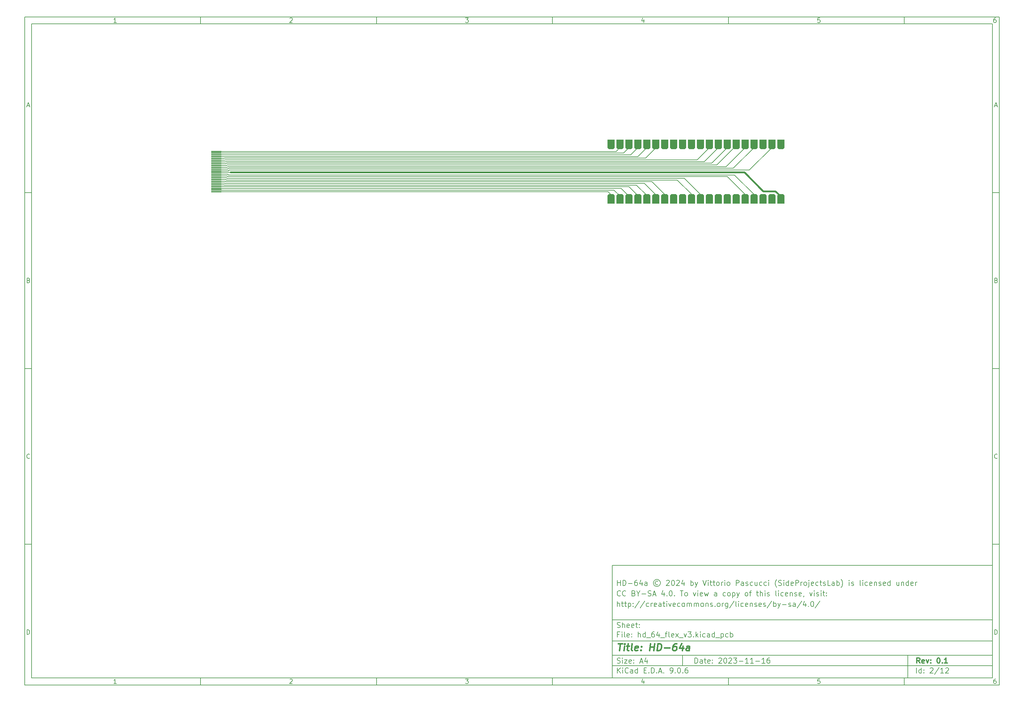
<source format=gbr>
%TF.GenerationSoftware,KiCad,Pcbnew,9.0.6*%
%TF.CreationDate,2025-11-26T23:58:30+01:00*%
%TF.ProjectId,hd_64_flex_v3,68645f36-345f-4666-9c65-785f76332e6b,0.1*%
%TF.SameCoordinates,PXd801da0PY3c45b00*%
%TF.FileFunction,Copper,L2,Bot*%
%TF.FilePolarity,Positive*%
%FSLAX46Y46*%
G04 Gerber Fmt 4.6, Leading zero omitted, Abs format (unit mm)*
G04 Created by KiCad (PCBNEW 9.0.6) date 2025-11-26 23:58:30*
%MOMM*%
%LPD*%
G01*
G04 APERTURE LIST*
G04 Aperture macros list*
%AMOutline5P*
0 Free polygon, 5 corners , with rotation*
0 The origin of the aperture is its center*
0 number of corners: always 5*
0 $1 to $10 corner X, Y*
0 $11 Rotation angle, in degrees counterclockwise*
0 create outline with 5 corners*
4,1,5,$1,$2,$3,$4,$5,$6,$7,$8,$9,$10,$1,$2,$11*%
%AMOutline6P*
0 Free polygon, 6 corners , with rotation*
0 The origin of the aperture is its center*
0 number of corners: always 6*
0 $1 to $12 corner X, Y*
0 $13 Rotation angle, in degrees counterclockwise*
0 create outline with 6 corners*
4,1,6,$1,$2,$3,$4,$5,$6,$7,$8,$9,$10,$11,$12,$1,$2,$13*%
%AMOutline7P*
0 Free polygon, 7 corners , with rotation*
0 The origin of the aperture is its center*
0 number of corners: always 7*
0 $1 to $14 corner X, Y*
0 $15 Rotation angle, in degrees counterclockwise*
0 create outline with 7 corners*
4,1,7,$1,$2,$3,$4,$5,$6,$7,$8,$9,$10,$11,$12,$13,$14,$1,$2,$15*%
%AMOutline8P*
0 Free polygon, 8 corners , with rotation*
0 The origin of the aperture is its center*
0 number of corners: always 8*
0 $1 to $16 corner X, Y*
0 $17 Rotation angle, in degrees counterclockwise*
0 create outline with 8 corners*
4,1,8,$1,$2,$3,$4,$5,$6,$7,$8,$9,$10,$11,$12,$13,$14,$15,$16,$1,$2,$17*%
G04 Aperture macros list end*
%ADD10C,0.100000*%
%ADD11C,0.150000*%
%ADD12C,0.300000*%
%ADD13C,0.400000*%
%TA.AperFunction,ComponentPad*%
%ADD14Outline6P,-1.350000X0.630000X-0.930000X1.050000X1.350000X1.050000X1.350000X-1.050000X-0.930000X-1.050000X-1.350000X-0.630000X270.000000*%
%TD*%
%TA.AperFunction,ComponentPad*%
%ADD15Outline6P,-1.350000X0.630000X-0.930000X1.050000X1.350000X1.050000X1.350000X-1.050000X-0.930000X-1.050000X-1.350000X-0.630000X90.000000*%
%TD*%
%TA.AperFunction,SMDPad,CuDef*%
%ADD16R,3.000000X0.300000*%
%TD*%
%TA.AperFunction,Conductor*%
%ADD17C,0.200000*%
%TD*%
%TA.AperFunction,Conductor*%
%ADD18C,0.500000*%
%TD*%
G04 APERTURE END LIST*
D10*
D11*
X-49497800Y-102807200D02*
X58502200Y-102807200D01*
X58502200Y-134807200D01*
X-49497800Y-134807200D01*
X-49497800Y-102807200D01*
D10*
D11*
X-216500000Y53200000D02*
X60502200Y53200000D01*
X60502200Y-136807200D01*
X-216500000Y-136807200D01*
X-216500000Y53200000D01*
D10*
D11*
X-214500000Y51200000D02*
X58502200Y51200000D01*
X58502200Y-134807200D01*
X-214500000Y-134807200D01*
X-214500000Y51200000D01*
D10*
D11*
X-166500000Y51200000D02*
X-166500000Y53200000D01*
D10*
D11*
X-116500000Y51200000D02*
X-116500000Y53200000D01*
D10*
D11*
X-66500000Y51200000D02*
X-66500000Y53200000D01*
D10*
D11*
X-16500000Y51200000D02*
X-16500000Y53200000D01*
D10*
D11*
X33500000Y51200000D02*
X33500000Y53200000D01*
D10*
D11*
X-190410840Y51606396D02*
X-191153697Y51606396D01*
X-190782269Y51606396D02*
X-190782269Y52906396D01*
X-190782269Y52906396D02*
X-190906078Y52720681D01*
X-190906078Y52720681D02*
X-191029888Y52596872D01*
X-191029888Y52596872D02*
X-191153697Y52534967D01*
D10*
D11*
X-141153697Y52782586D02*
X-141091793Y52844491D01*
X-141091793Y52844491D02*
X-140967983Y52906396D01*
X-140967983Y52906396D02*
X-140658459Y52906396D01*
X-140658459Y52906396D02*
X-140534650Y52844491D01*
X-140534650Y52844491D02*
X-140472745Y52782586D01*
X-140472745Y52782586D02*
X-140410840Y52658777D01*
X-140410840Y52658777D02*
X-140410840Y52534967D01*
X-140410840Y52534967D02*
X-140472745Y52349253D01*
X-140472745Y52349253D02*
X-141215602Y51606396D01*
X-141215602Y51606396D02*
X-140410840Y51606396D01*
D10*
D11*
X-91215602Y52906396D02*
X-90410840Y52906396D01*
X-90410840Y52906396D02*
X-90844174Y52411158D01*
X-90844174Y52411158D02*
X-90658459Y52411158D01*
X-90658459Y52411158D02*
X-90534650Y52349253D01*
X-90534650Y52349253D02*
X-90472745Y52287348D01*
X-90472745Y52287348D02*
X-90410840Y52163539D01*
X-90410840Y52163539D02*
X-90410840Y51854015D01*
X-90410840Y51854015D02*
X-90472745Y51730205D01*
X-90472745Y51730205D02*
X-90534650Y51668300D01*
X-90534650Y51668300D02*
X-90658459Y51606396D01*
X-90658459Y51606396D02*
X-91029888Y51606396D01*
X-91029888Y51606396D02*
X-91153697Y51668300D01*
X-91153697Y51668300D02*
X-91215602Y51730205D01*
D10*
D11*
X-40534650Y52473062D02*
X-40534650Y51606396D01*
X-40844174Y52968300D02*
X-41153697Y52039729D01*
X-41153697Y52039729D02*
X-40348936Y52039729D01*
D10*
D11*
X9527255Y52906396D02*
X8908207Y52906396D01*
X8908207Y52906396D02*
X8846303Y52287348D01*
X8846303Y52287348D02*
X8908207Y52349253D01*
X8908207Y52349253D02*
X9032017Y52411158D01*
X9032017Y52411158D02*
X9341541Y52411158D01*
X9341541Y52411158D02*
X9465350Y52349253D01*
X9465350Y52349253D02*
X9527255Y52287348D01*
X9527255Y52287348D02*
X9589160Y52163539D01*
X9589160Y52163539D02*
X9589160Y51854015D01*
X9589160Y51854015D02*
X9527255Y51730205D01*
X9527255Y51730205D02*
X9465350Y51668300D01*
X9465350Y51668300D02*
X9341541Y51606396D01*
X9341541Y51606396D02*
X9032017Y51606396D01*
X9032017Y51606396D02*
X8908207Y51668300D01*
X8908207Y51668300D02*
X8846303Y51730205D01*
D10*
D11*
X59465350Y52906396D02*
X59217731Y52906396D01*
X59217731Y52906396D02*
X59093922Y52844491D01*
X59093922Y52844491D02*
X59032017Y52782586D01*
X59032017Y52782586D02*
X58908207Y52596872D01*
X58908207Y52596872D02*
X58846303Y52349253D01*
X58846303Y52349253D02*
X58846303Y51854015D01*
X58846303Y51854015D02*
X58908207Y51730205D01*
X58908207Y51730205D02*
X58970112Y51668300D01*
X58970112Y51668300D02*
X59093922Y51606396D01*
X59093922Y51606396D02*
X59341541Y51606396D01*
X59341541Y51606396D02*
X59465350Y51668300D01*
X59465350Y51668300D02*
X59527255Y51730205D01*
X59527255Y51730205D02*
X59589160Y51854015D01*
X59589160Y51854015D02*
X59589160Y52163539D01*
X59589160Y52163539D02*
X59527255Y52287348D01*
X59527255Y52287348D02*
X59465350Y52349253D01*
X59465350Y52349253D02*
X59341541Y52411158D01*
X59341541Y52411158D02*
X59093922Y52411158D01*
X59093922Y52411158D02*
X58970112Y52349253D01*
X58970112Y52349253D02*
X58908207Y52287348D01*
X58908207Y52287348D02*
X58846303Y52163539D01*
D10*
D11*
X-166500000Y-134807200D02*
X-166500000Y-136807200D01*
D10*
D11*
X-116500000Y-134807200D02*
X-116500000Y-136807200D01*
D10*
D11*
X-66500000Y-134807200D02*
X-66500000Y-136807200D01*
D10*
D11*
X-16500000Y-134807200D02*
X-16500000Y-136807200D01*
D10*
D11*
X33500000Y-134807200D02*
X33500000Y-136807200D01*
D10*
D11*
X-190410840Y-136400804D02*
X-191153697Y-136400804D01*
X-190782269Y-136400804D02*
X-190782269Y-135100804D01*
X-190782269Y-135100804D02*
X-190906078Y-135286519D01*
X-190906078Y-135286519D02*
X-191029888Y-135410328D01*
X-191029888Y-135410328D02*
X-191153697Y-135472233D01*
D10*
D11*
X-141153697Y-135224614D02*
X-141091793Y-135162709D01*
X-141091793Y-135162709D02*
X-140967983Y-135100804D01*
X-140967983Y-135100804D02*
X-140658459Y-135100804D01*
X-140658459Y-135100804D02*
X-140534650Y-135162709D01*
X-140534650Y-135162709D02*
X-140472745Y-135224614D01*
X-140472745Y-135224614D02*
X-140410840Y-135348423D01*
X-140410840Y-135348423D02*
X-140410840Y-135472233D01*
X-140410840Y-135472233D02*
X-140472745Y-135657947D01*
X-140472745Y-135657947D02*
X-141215602Y-136400804D01*
X-141215602Y-136400804D02*
X-140410840Y-136400804D01*
D10*
D11*
X-91215602Y-135100804D02*
X-90410840Y-135100804D01*
X-90410840Y-135100804D02*
X-90844174Y-135596042D01*
X-90844174Y-135596042D02*
X-90658459Y-135596042D01*
X-90658459Y-135596042D02*
X-90534650Y-135657947D01*
X-90534650Y-135657947D02*
X-90472745Y-135719852D01*
X-90472745Y-135719852D02*
X-90410840Y-135843661D01*
X-90410840Y-135843661D02*
X-90410840Y-136153185D01*
X-90410840Y-136153185D02*
X-90472745Y-136276995D01*
X-90472745Y-136276995D02*
X-90534650Y-136338900D01*
X-90534650Y-136338900D02*
X-90658459Y-136400804D01*
X-90658459Y-136400804D02*
X-91029888Y-136400804D01*
X-91029888Y-136400804D02*
X-91153697Y-136338900D01*
X-91153697Y-136338900D02*
X-91215602Y-136276995D01*
D10*
D11*
X-40534650Y-135534138D02*
X-40534650Y-136400804D01*
X-40844174Y-135038900D02*
X-41153697Y-135967471D01*
X-41153697Y-135967471D02*
X-40348936Y-135967471D01*
D10*
D11*
X9527255Y-135100804D02*
X8908207Y-135100804D01*
X8908207Y-135100804D02*
X8846303Y-135719852D01*
X8846303Y-135719852D02*
X8908207Y-135657947D01*
X8908207Y-135657947D02*
X9032017Y-135596042D01*
X9032017Y-135596042D02*
X9341541Y-135596042D01*
X9341541Y-135596042D02*
X9465350Y-135657947D01*
X9465350Y-135657947D02*
X9527255Y-135719852D01*
X9527255Y-135719852D02*
X9589160Y-135843661D01*
X9589160Y-135843661D02*
X9589160Y-136153185D01*
X9589160Y-136153185D02*
X9527255Y-136276995D01*
X9527255Y-136276995D02*
X9465350Y-136338900D01*
X9465350Y-136338900D02*
X9341541Y-136400804D01*
X9341541Y-136400804D02*
X9032017Y-136400804D01*
X9032017Y-136400804D02*
X8908207Y-136338900D01*
X8908207Y-136338900D02*
X8846303Y-136276995D01*
D10*
D11*
X59465350Y-135100804D02*
X59217731Y-135100804D01*
X59217731Y-135100804D02*
X59093922Y-135162709D01*
X59093922Y-135162709D02*
X59032017Y-135224614D01*
X59032017Y-135224614D02*
X58908207Y-135410328D01*
X58908207Y-135410328D02*
X58846303Y-135657947D01*
X58846303Y-135657947D02*
X58846303Y-136153185D01*
X58846303Y-136153185D02*
X58908207Y-136276995D01*
X58908207Y-136276995D02*
X58970112Y-136338900D01*
X58970112Y-136338900D02*
X59093922Y-136400804D01*
X59093922Y-136400804D02*
X59341541Y-136400804D01*
X59341541Y-136400804D02*
X59465350Y-136338900D01*
X59465350Y-136338900D02*
X59527255Y-136276995D01*
X59527255Y-136276995D02*
X59589160Y-136153185D01*
X59589160Y-136153185D02*
X59589160Y-135843661D01*
X59589160Y-135843661D02*
X59527255Y-135719852D01*
X59527255Y-135719852D02*
X59465350Y-135657947D01*
X59465350Y-135657947D02*
X59341541Y-135596042D01*
X59341541Y-135596042D02*
X59093922Y-135596042D01*
X59093922Y-135596042D02*
X58970112Y-135657947D01*
X58970112Y-135657947D02*
X58908207Y-135719852D01*
X58908207Y-135719852D02*
X58846303Y-135843661D01*
D10*
D11*
X-216500000Y3200000D02*
X-214500000Y3200000D01*
D10*
D11*
X-216500000Y-46800000D02*
X-214500000Y-46800000D01*
D10*
D11*
X-216500000Y-96800000D02*
X-214500000Y-96800000D01*
D10*
D11*
X-215809524Y27977824D02*
X-215190477Y27977824D01*
X-215933334Y27606396D02*
X-215500001Y28906396D01*
X-215500001Y28906396D02*
X-215066667Y27606396D01*
D10*
D11*
X-215407143Y-21712652D02*
X-215221429Y-21774557D01*
X-215221429Y-21774557D02*
X-215159524Y-21836461D01*
X-215159524Y-21836461D02*
X-215097620Y-21960271D01*
X-215097620Y-21960271D02*
X-215097620Y-22145985D01*
X-215097620Y-22145985D02*
X-215159524Y-22269795D01*
X-215159524Y-22269795D02*
X-215221429Y-22331700D01*
X-215221429Y-22331700D02*
X-215345239Y-22393604D01*
X-215345239Y-22393604D02*
X-215840477Y-22393604D01*
X-215840477Y-22393604D02*
X-215840477Y-21093604D01*
X-215840477Y-21093604D02*
X-215407143Y-21093604D01*
X-215407143Y-21093604D02*
X-215283334Y-21155509D01*
X-215283334Y-21155509D02*
X-215221429Y-21217414D01*
X-215221429Y-21217414D02*
X-215159524Y-21341223D01*
X-215159524Y-21341223D02*
X-215159524Y-21465033D01*
X-215159524Y-21465033D02*
X-215221429Y-21588842D01*
X-215221429Y-21588842D02*
X-215283334Y-21650747D01*
X-215283334Y-21650747D02*
X-215407143Y-21712652D01*
X-215407143Y-21712652D02*
X-215840477Y-21712652D01*
D10*
D11*
X-215097620Y-72269795D02*
X-215159524Y-72331700D01*
X-215159524Y-72331700D02*
X-215345239Y-72393604D01*
X-215345239Y-72393604D02*
X-215469048Y-72393604D01*
X-215469048Y-72393604D02*
X-215654762Y-72331700D01*
X-215654762Y-72331700D02*
X-215778572Y-72207890D01*
X-215778572Y-72207890D02*
X-215840477Y-72084080D01*
X-215840477Y-72084080D02*
X-215902381Y-71836461D01*
X-215902381Y-71836461D02*
X-215902381Y-71650747D01*
X-215902381Y-71650747D02*
X-215840477Y-71403128D01*
X-215840477Y-71403128D02*
X-215778572Y-71279319D01*
X-215778572Y-71279319D02*
X-215654762Y-71155509D01*
X-215654762Y-71155509D02*
X-215469048Y-71093604D01*
X-215469048Y-71093604D02*
X-215345239Y-71093604D01*
X-215345239Y-71093604D02*
X-215159524Y-71155509D01*
X-215159524Y-71155509D02*
X-215097620Y-71217414D01*
D10*
D11*
X-215840477Y-122393604D02*
X-215840477Y-121093604D01*
X-215840477Y-121093604D02*
X-215530953Y-121093604D01*
X-215530953Y-121093604D02*
X-215345239Y-121155509D01*
X-215345239Y-121155509D02*
X-215221429Y-121279319D01*
X-215221429Y-121279319D02*
X-215159524Y-121403128D01*
X-215159524Y-121403128D02*
X-215097620Y-121650747D01*
X-215097620Y-121650747D02*
X-215097620Y-121836461D01*
X-215097620Y-121836461D02*
X-215159524Y-122084080D01*
X-215159524Y-122084080D02*
X-215221429Y-122207890D01*
X-215221429Y-122207890D02*
X-215345239Y-122331700D01*
X-215345239Y-122331700D02*
X-215530953Y-122393604D01*
X-215530953Y-122393604D02*
X-215840477Y-122393604D01*
D10*
D11*
X60502200Y3200000D02*
X58502200Y3200000D01*
D10*
D11*
X60502200Y-46800000D02*
X58502200Y-46800000D01*
D10*
D11*
X60502200Y-96800000D02*
X58502200Y-96800000D01*
D10*
D11*
X59192676Y27977824D02*
X59811723Y27977824D01*
X59068866Y27606396D02*
X59502199Y28906396D01*
X59502199Y28906396D02*
X59935533Y27606396D01*
D10*
D11*
X59595057Y-21712652D02*
X59780771Y-21774557D01*
X59780771Y-21774557D02*
X59842676Y-21836461D01*
X59842676Y-21836461D02*
X59904580Y-21960271D01*
X59904580Y-21960271D02*
X59904580Y-22145985D01*
X59904580Y-22145985D02*
X59842676Y-22269795D01*
X59842676Y-22269795D02*
X59780771Y-22331700D01*
X59780771Y-22331700D02*
X59656961Y-22393604D01*
X59656961Y-22393604D02*
X59161723Y-22393604D01*
X59161723Y-22393604D02*
X59161723Y-21093604D01*
X59161723Y-21093604D02*
X59595057Y-21093604D01*
X59595057Y-21093604D02*
X59718866Y-21155509D01*
X59718866Y-21155509D02*
X59780771Y-21217414D01*
X59780771Y-21217414D02*
X59842676Y-21341223D01*
X59842676Y-21341223D02*
X59842676Y-21465033D01*
X59842676Y-21465033D02*
X59780771Y-21588842D01*
X59780771Y-21588842D02*
X59718866Y-21650747D01*
X59718866Y-21650747D02*
X59595057Y-21712652D01*
X59595057Y-21712652D02*
X59161723Y-21712652D01*
D10*
D11*
X59904580Y-72269795D02*
X59842676Y-72331700D01*
X59842676Y-72331700D02*
X59656961Y-72393604D01*
X59656961Y-72393604D02*
X59533152Y-72393604D01*
X59533152Y-72393604D02*
X59347438Y-72331700D01*
X59347438Y-72331700D02*
X59223628Y-72207890D01*
X59223628Y-72207890D02*
X59161723Y-72084080D01*
X59161723Y-72084080D02*
X59099819Y-71836461D01*
X59099819Y-71836461D02*
X59099819Y-71650747D01*
X59099819Y-71650747D02*
X59161723Y-71403128D01*
X59161723Y-71403128D02*
X59223628Y-71279319D01*
X59223628Y-71279319D02*
X59347438Y-71155509D01*
X59347438Y-71155509D02*
X59533152Y-71093604D01*
X59533152Y-71093604D02*
X59656961Y-71093604D01*
X59656961Y-71093604D02*
X59842676Y-71155509D01*
X59842676Y-71155509D02*
X59904580Y-71217414D01*
D10*
D11*
X59161723Y-122393604D02*
X59161723Y-121093604D01*
X59161723Y-121093604D02*
X59471247Y-121093604D01*
X59471247Y-121093604D02*
X59656961Y-121155509D01*
X59656961Y-121155509D02*
X59780771Y-121279319D01*
X59780771Y-121279319D02*
X59842676Y-121403128D01*
X59842676Y-121403128D02*
X59904580Y-121650747D01*
X59904580Y-121650747D02*
X59904580Y-121836461D01*
X59904580Y-121836461D02*
X59842676Y-122084080D01*
X59842676Y-122084080D02*
X59780771Y-122207890D01*
X59780771Y-122207890D02*
X59656961Y-122331700D01*
X59656961Y-122331700D02*
X59471247Y-122393604D01*
X59471247Y-122393604D02*
X59161723Y-122393604D01*
D10*
D11*
X-26041974Y-130593328D02*
X-26041974Y-129093328D01*
X-26041974Y-129093328D02*
X-25684831Y-129093328D01*
X-25684831Y-129093328D02*
X-25470545Y-129164757D01*
X-25470545Y-129164757D02*
X-25327688Y-129307614D01*
X-25327688Y-129307614D02*
X-25256259Y-129450471D01*
X-25256259Y-129450471D02*
X-25184831Y-129736185D01*
X-25184831Y-129736185D02*
X-25184831Y-129950471D01*
X-25184831Y-129950471D02*
X-25256259Y-130236185D01*
X-25256259Y-130236185D02*
X-25327688Y-130379042D01*
X-25327688Y-130379042D02*
X-25470545Y-130521900D01*
X-25470545Y-130521900D02*
X-25684831Y-130593328D01*
X-25684831Y-130593328D02*
X-26041974Y-130593328D01*
X-23899116Y-130593328D02*
X-23899116Y-129807614D01*
X-23899116Y-129807614D02*
X-23970545Y-129664757D01*
X-23970545Y-129664757D02*
X-24113402Y-129593328D01*
X-24113402Y-129593328D02*
X-24399116Y-129593328D01*
X-24399116Y-129593328D02*
X-24541974Y-129664757D01*
X-23899116Y-130521900D02*
X-24041974Y-130593328D01*
X-24041974Y-130593328D02*
X-24399116Y-130593328D01*
X-24399116Y-130593328D02*
X-24541974Y-130521900D01*
X-24541974Y-130521900D02*
X-24613402Y-130379042D01*
X-24613402Y-130379042D02*
X-24613402Y-130236185D01*
X-24613402Y-130236185D02*
X-24541974Y-130093328D01*
X-24541974Y-130093328D02*
X-24399116Y-130021900D01*
X-24399116Y-130021900D02*
X-24041974Y-130021900D01*
X-24041974Y-130021900D02*
X-23899116Y-129950471D01*
X-23399116Y-129593328D02*
X-22827688Y-129593328D01*
X-23184831Y-129093328D02*
X-23184831Y-130379042D01*
X-23184831Y-130379042D02*
X-23113402Y-130521900D01*
X-23113402Y-130521900D02*
X-22970545Y-130593328D01*
X-22970545Y-130593328D02*
X-22827688Y-130593328D01*
X-21756259Y-130521900D02*
X-21899116Y-130593328D01*
X-21899116Y-130593328D02*
X-22184830Y-130593328D01*
X-22184830Y-130593328D02*
X-22327688Y-130521900D01*
X-22327688Y-130521900D02*
X-22399116Y-130379042D01*
X-22399116Y-130379042D02*
X-22399116Y-129807614D01*
X-22399116Y-129807614D02*
X-22327688Y-129664757D01*
X-22327688Y-129664757D02*
X-22184830Y-129593328D01*
X-22184830Y-129593328D02*
X-21899116Y-129593328D01*
X-21899116Y-129593328D02*
X-21756259Y-129664757D01*
X-21756259Y-129664757D02*
X-21684830Y-129807614D01*
X-21684830Y-129807614D02*
X-21684830Y-129950471D01*
X-21684830Y-129950471D02*
X-22399116Y-130093328D01*
X-21041974Y-130450471D02*
X-20970545Y-130521900D01*
X-20970545Y-130521900D02*
X-21041974Y-130593328D01*
X-21041974Y-130593328D02*
X-21113402Y-130521900D01*
X-21113402Y-130521900D02*
X-21041974Y-130450471D01*
X-21041974Y-130450471D02*
X-21041974Y-130593328D01*
X-21041974Y-129664757D02*
X-20970545Y-129736185D01*
X-20970545Y-129736185D02*
X-21041974Y-129807614D01*
X-21041974Y-129807614D02*
X-21113402Y-129736185D01*
X-21113402Y-129736185D02*
X-21041974Y-129664757D01*
X-21041974Y-129664757D02*
X-21041974Y-129807614D01*
X-19256259Y-129236185D02*
X-19184831Y-129164757D01*
X-19184831Y-129164757D02*
X-19041973Y-129093328D01*
X-19041973Y-129093328D02*
X-18684831Y-129093328D01*
X-18684831Y-129093328D02*
X-18541973Y-129164757D01*
X-18541973Y-129164757D02*
X-18470545Y-129236185D01*
X-18470545Y-129236185D02*
X-18399116Y-129379042D01*
X-18399116Y-129379042D02*
X-18399116Y-129521900D01*
X-18399116Y-129521900D02*
X-18470545Y-129736185D01*
X-18470545Y-129736185D02*
X-19327688Y-130593328D01*
X-19327688Y-130593328D02*
X-18399116Y-130593328D01*
X-17470545Y-129093328D02*
X-17327688Y-129093328D01*
X-17327688Y-129093328D02*
X-17184831Y-129164757D01*
X-17184831Y-129164757D02*
X-17113402Y-129236185D01*
X-17113402Y-129236185D02*
X-17041974Y-129379042D01*
X-17041974Y-129379042D02*
X-16970545Y-129664757D01*
X-16970545Y-129664757D02*
X-16970545Y-130021900D01*
X-16970545Y-130021900D02*
X-17041974Y-130307614D01*
X-17041974Y-130307614D02*
X-17113402Y-130450471D01*
X-17113402Y-130450471D02*
X-17184831Y-130521900D01*
X-17184831Y-130521900D02*
X-17327688Y-130593328D01*
X-17327688Y-130593328D02*
X-17470545Y-130593328D01*
X-17470545Y-130593328D02*
X-17613402Y-130521900D01*
X-17613402Y-130521900D02*
X-17684831Y-130450471D01*
X-17684831Y-130450471D02*
X-17756260Y-130307614D01*
X-17756260Y-130307614D02*
X-17827688Y-130021900D01*
X-17827688Y-130021900D02*
X-17827688Y-129664757D01*
X-17827688Y-129664757D02*
X-17756260Y-129379042D01*
X-17756260Y-129379042D02*
X-17684831Y-129236185D01*
X-17684831Y-129236185D02*
X-17613402Y-129164757D01*
X-17613402Y-129164757D02*
X-17470545Y-129093328D01*
X-16399117Y-129236185D02*
X-16327689Y-129164757D01*
X-16327689Y-129164757D02*
X-16184831Y-129093328D01*
X-16184831Y-129093328D02*
X-15827689Y-129093328D01*
X-15827689Y-129093328D02*
X-15684831Y-129164757D01*
X-15684831Y-129164757D02*
X-15613403Y-129236185D01*
X-15613403Y-129236185D02*
X-15541974Y-129379042D01*
X-15541974Y-129379042D02*
X-15541974Y-129521900D01*
X-15541974Y-129521900D02*
X-15613403Y-129736185D01*
X-15613403Y-129736185D02*
X-16470546Y-130593328D01*
X-16470546Y-130593328D02*
X-15541974Y-130593328D01*
X-15041975Y-129093328D02*
X-14113403Y-129093328D01*
X-14113403Y-129093328D02*
X-14613403Y-129664757D01*
X-14613403Y-129664757D02*
X-14399118Y-129664757D01*
X-14399118Y-129664757D02*
X-14256260Y-129736185D01*
X-14256260Y-129736185D02*
X-14184832Y-129807614D01*
X-14184832Y-129807614D02*
X-14113403Y-129950471D01*
X-14113403Y-129950471D02*
X-14113403Y-130307614D01*
X-14113403Y-130307614D02*
X-14184832Y-130450471D01*
X-14184832Y-130450471D02*
X-14256260Y-130521900D01*
X-14256260Y-130521900D02*
X-14399118Y-130593328D01*
X-14399118Y-130593328D02*
X-14827689Y-130593328D01*
X-14827689Y-130593328D02*
X-14970546Y-130521900D01*
X-14970546Y-130521900D02*
X-15041975Y-130450471D01*
X-13470547Y-130021900D02*
X-12327689Y-130021900D01*
X-10827689Y-130593328D02*
X-11684832Y-130593328D01*
X-11256261Y-130593328D02*
X-11256261Y-129093328D01*
X-11256261Y-129093328D02*
X-11399118Y-129307614D01*
X-11399118Y-129307614D02*
X-11541975Y-129450471D01*
X-11541975Y-129450471D02*
X-11684832Y-129521900D01*
X-9399118Y-130593328D02*
X-10256261Y-130593328D01*
X-9827690Y-130593328D02*
X-9827690Y-129093328D01*
X-9827690Y-129093328D02*
X-9970547Y-129307614D01*
X-9970547Y-129307614D02*
X-10113404Y-129450471D01*
X-10113404Y-129450471D02*
X-10256261Y-129521900D01*
X-8756262Y-130021900D02*
X-7613404Y-130021900D01*
X-6113404Y-130593328D02*
X-6970547Y-130593328D01*
X-6541976Y-130593328D02*
X-6541976Y-129093328D01*
X-6541976Y-129093328D02*
X-6684833Y-129307614D01*
X-6684833Y-129307614D02*
X-6827690Y-129450471D01*
X-6827690Y-129450471D02*
X-6970547Y-129521900D01*
X-4827690Y-129093328D02*
X-5113405Y-129093328D01*
X-5113405Y-129093328D02*
X-5256262Y-129164757D01*
X-5256262Y-129164757D02*
X-5327690Y-129236185D01*
X-5327690Y-129236185D02*
X-5470548Y-129450471D01*
X-5470548Y-129450471D02*
X-5541976Y-129736185D01*
X-5541976Y-129736185D02*
X-5541976Y-130307614D01*
X-5541976Y-130307614D02*
X-5470548Y-130450471D01*
X-5470548Y-130450471D02*
X-5399119Y-130521900D01*
X-5399119Y-130521900D02*
X-5256262Y-130593328D01*
X-5256262Y-130593328D02*
X-4970548Y-130593328D01*
X-4970548Y-130593328D02*
X-4827690Y-130521900D01*
X-4827690Y-130521900D02*
X-4756262Y-130450471D01*
X-4756262Y-130450471D02*
X-4684833Y-130307614D01*
X-4684833Y-130307614D02*
X-4684833Y-129950471D01*
X-4684833Y-129950471D02*
X-4756262Y-129807614D01*
X-4756262Y-129807614D02*
X-4827690Y-129736185D01*
X-4827690Y-129736185D02*
X-4970548Y-129664757D01*
X-4970548Y-129664757D02*
X-5256262Y-129664757D01*
X-5256262Y-129664757D02*
X-5399119Y-129736185D01*
X-5399119Y-129736185D02*
X-5470548Y-129807614D01*
X-5470548Y-129807614D02*
X-5541976Y-129950471D01*
D10*
D11*
X-49497800Y-131307200D02*
X58502200Y-131307200D01*
D10*
D11*
X-48041974Y-133393328D02*
X-48041974Y-131893328D01*
X-47184831Y-133393328D02*
X-47827688Y-132536185D01*
X-47184831Y-131893328D02*
X-48041974Y-132750471D01*
X-46541974Y-133393328D02*
X-46541974Y-132393328D01*
X-46541974Y-131893328D02*
X-46613402Y-131964757D01*
X-46613402Y-131964757D02*
X-46541974Y-132036185D01*
X-46541974Y-132036185D02*
X-46470545Y-131964757D01*
X-46470545Y-131964757D02*
X-46541974Y-131893328D01*
X-46541974Y-131893328D02*
X-46541974Y-132036185D01*
X-44970545Y-133250471D02*
X-45041973Y-133321900D01*
X-45041973Y-133321900D02*
X-45256259Y-133393328D01*
X-45256259Y-133393328D02*
X-45399116Y-133393328D01*
X-45399116Y-133393328D02*
X-45613402Y-133321900D01*
X-45613402Y-133321900D02*
X-45756259Y-133179042D01*
X-45756259Y-133179042D02*
X-45827688Y-133036185D01*
X-45827688Y-133036185D02*
X-45899116Y-132750471D01*
X-45899116Y-132750471D02*
X-45899116Y-132536185D01*
X-45899116Y-132536185D02*
X-45827688Y-132250471D01*
X-45827688Y-132250471D02*
X-45756259Y-132107614D01*
X-45756259Y-132107614D02*
X-45613402Y-131964757D01*
X-45613402Y-131964757D02*
X-45399116Y-131893328D01*
X-45399116Y-131893328D02*
X-45256259Y-131893328D01*
X-45256259Y-131893328D02*
X-45041973Y-131964757D01*
X-45041973Y-131964757D02*
X-44970545Y-132036185D01*
X-43684830Y-133393328D02*
X-43684830Y-132607614D01*
X-43684830Y-132607614D02*
X-43756259Y-132464757D01*
X-43756259Y-132464757D02*
X-43899116Y-132393328D01*
X-43899116Y-132393328D02*
X-44184830Y-132393328D01*
X-44184830Y-132393328D02*
X-44327688Y-132464757D01*
X-43684830Y-133321900D02*
X-43827688Y-133393328D01*
X-43827688Y-133393328D02*
X-44184830Y-133393328D01*
X-44184830Y-133393328D02*
X-44327688Y-133321900D01*
X-44327688Y-133321900D02*
X-44399116Y-133179042D01*
X-44399116Y-133179042D02*
X-44399116Y-133036185D01*
X-44399116Y-133036185D02*
X-44327688Y-132893328D01*
X-44327688Y-132893328D02*
X-44184830Y-132821900D01*
X-44184830Y-132821900D02*
X-43827688Y-132821900D01*
X-43827688Y-132821900D02*
X-43684830Y-132750471D01*
X-42327687Y-133393328D02*
X-42327687Y-131893328D01*
X-42327687Y-133321900D02*
X-42470545Y-133393328D01*
X-42470545Y-133393328D02*
X-42756259Y-133393328D01*
X-42756259Y-133393328D02*
X-42899116Y-133321900D01*
X-42899116Y-133321900D02*
X-42970545Y-133250471D01*
X-42970545Y-133250471D02*
X-43041973Y-133107614D01*
X-43041973Y-133107614D02*
X-43041973Y-132679042D01*
X-43041973Y-132679042D02*
X-42970545Y-132536185D01*
X-42970545Y-132536185D02*
X-42899116Y-132464757D01*
X-42899116Y-132464757D02*
X-42756259Y-132393328D01*
X-42756259Y-132393328D02*
X-42470545Y-132393328D01*
X-42470545Y-132393328D02*
X-42327687Y-132464757D01*
X-40470545Y-132607614D02*
X-39970545Y-132607614D01*
X-39756259Y-133393328D02*
X-40470545Y-133393328D01*
X-40470545Y-133393328D02*
X-40470545Y-131893328D01*
X-40470545Y-131893328D02*
X-39756259Y-131893328D01*
X-39113402Y-133250471D02*
X-39041973Y-133321900D01*
X-39041973Y-133321900D02*
X-39113402Y-133393328D01*
X-39113402Y-133393328D02*
X-39184830Y-133321900D01*
X-39184830Y-133321900D02*
X-39113402Y-133250471D01*
X-39113402Y-133250471D02*
X-39113402Y-133393328D01*
X-38399116Y-133393328D02*
X-38399116Y-131893328D01*
X-38399116Y-131893328D02*
X-38041973Y-131893328D01*
X-38041973Y-131893328D02*
X-37827687Y-131964757D01*
X-37827687Y-131964757D02*
X-37684830Y-132107614D01*
X-37684830Y-132107614D02*
X-37613401Y-132250471D01*
X-37613401Y-132250471D02*
X-37541973Y-132536185D01*
X-37541973Y-132536185D02*
X-37541973Y-132750471D01*
X-37541973Y-132750471D02*
X-37613401Y-133036185D01*
X-37613401Y-133036185D02*
X-37684830Y-133179042D01*
X-37684830Y-133179042D02*
X-37827687Y-133321900D01*
X-37827687Y-133321900D02*
X-38041973Y-133393328D01*
X-38041973Y-133393328D02*
X-38399116Y-133393328D01*
X-36899116Y-133250471D02*
X-36827687Y-133321900D01*
X-36827687Y-133321900D02*
X-36899116Y-133393328D01*
X-36899116Y-133393328D02*
X-36970544Y-133321900D01*
X-36970544Y-133321900D02*
X-36899116Y-133250471D01*
X-36899116Y-133250471D02*
X-36899116Y-133393328D01*
X-36256258Y-132964757D02*
X-35541972Y-132964757D01*
X-36399115Y-133393328D02*
X-35899115Y-131893328D01*
X-35899115Y-131893328D02*
X-35399115Y-133393328D01*
X-34899116Y-133250471D02*
X-34827687Y-133321900D01*
X-34827687Y-133321900D02*
X-34899116Y-133393328D01*
X-34899116Y-133393328D02*
X-34970544Y-133321900D01*
X-34970544Y-133321900D02*
X-34899116Y-133250471D01*
X-34899116Y-133250471D02*
X-34899116Y-133393328D01*
X-32970544Y-133393328D02*
X-32684830Y-133393328D01*
X-32684830Y-133393328D02*
X-32541973Y-133321900D01*
X-32541973Y-133321900D02*
X-32470544Y-133250471D01*
X-32470544Y-133250471D02*
X-32327687Y-133036185D01*
X-32327687Y-133036185D02*
X-32256258Y-132750471D01*
X-32256258Y-132750471D02*
X-32256258Y-132179042D01*
X-32256258Y-132179042D02*
X-32327687Y-132036185D01*
X-32327687Y-132036185D02*
X-32399115Y-131964757D01*
X-32399115Y-131964757D02*
X-32541973Y-131893328D01*
X-32541973Y-131893328D02*
X-32827687Y-131893328D01*
X-32827687Y-131893328D02*
X-32970544Y-131964757D01*
X-32970544Y-131964757D02*
X-33041973Y-132036185D01*
X-33041973Y-132036185D02*
X-33113401Y-132179042D01*
X-33113401Y-132179042D02*
X-33113401Y-132536185D01*
X-33113401Y-132536185D02*
X-33041973Y-132679042D01*
X-33041973Y-132679042D02*
X-32970544Y-132750471D01*
X-32970544Y-132750471D02*
X-32827687Y-132821900D01*
X-32827687Y-132821900D02*
X-32541973Y-132821900D01*
X-32541973Y-132821900D02*
X-32399115Y-132750471D01*
X-32399115Y-132750471D02*
X-32327687Y-132679042D01*
X-32327687Y-132679042D02*
X-32256258Y-132536185D01*
X-31613402Y-133250471D02*
X-31541973Y-133321900D01*
X-31541973Y-133321900D02*
X-31613402Y-133393328D01*
X-31613402Y-133393328D02*
X-31684830Y-133321900D01*
X-31684830Y-133321900D02*
X-31613402Y-133250471D01*
X-31613402Y-133250471D02*
X-31613402Y-133393328D01*
X-30613401Y-131893328D02*
X-30470544Y-131893328D01*
X-30470544Y-131893328D02*
X-30327687Y-131964757D01*
X-30327687Y-131964757D02*
X-30256258Y-132036185D01*
X-30256258Y-132036185D02*
X-30184830Y-132179042D01*
X-30184830Y-132179042D02*
X-30113401Y-132464757D01*
X-30113401Y-132464757D02*
X-30113401Y-132821900D01*
X-30113401Y-132821900D02*
X-30184830Y-133107614D01*
X-30184830Y-133107614D02*
X-30256258Y-133250471D01*
X-30256258Y-133250471D02*
X-30327687Y-133321900D01*
X-30327687Y-133321900D02*
X-30470544Y-133393328D01*
X-30470544Y-133393328D02*
X-30613401Y-133393328D01*
X-30613401Y-133393328D02*
X-30756258Y-133321900D01*
X-30756258Y-133321900D02*
X-30827687Y-133250471D01*
X-30827687Y-133250471D02*
X-30899116Y-133107614D01*
X-30899116Y-133107614D02*
X-30970544Y-132821900D01*
X-30970544Y-132821900D02*
X-30970544Y-132464757D01*
X-30970544Y-132464757D02*
X-30899116Y-132179042D01*
X-30899116Y-132179042D02*
X-30827687Y-132036185D01*
X-30827687Y-132036185D02*
X-30756258Y-131964757D01*
X-30756258Y-131964757D02*
X-30613401Y-131893328D01*
X-29470545Y-133250471D02*
X-29399116Y-133321900D01*
X-29399116Y-133321900D02*
X-29470545Y-133393328D01*
X-29470545Y-133393328D02*
X-29541973Y-133321900D01*
X-29541973Y-133321900D02*
X-29470545Y-133250471D01*
X-29470545Y-133250471D02*
X-29470545Y-133393328D01*
X-28113401Y-131893328D02*
X-28399116Y-131893328D01*
X-28399116Y-131893328D02*
X-28541973Y-131964757D01*
X-28541973Y-131964757D02*
X-28613401Y-132036185D01*
X-28613401Y-132036185D02*
X-28756259Y-132250471D01*
X-28756259Y-132250471D02*
X-28827687Y-132536185D01*
X-28827687Y-132536185D02*
X-28827687Y-133107614D01*
X-28827687Y-133107614D02*
X-28756259Y-133250471D01*
X-28756259Y-133250471D02*
X-28684830Y-133321900D01*
X-28684830Y-133321900D02*
X-28541973Y-133393328D01*
X-28541973Y-133393328D02*
X-28256259Y-133393328D01*
X-28256259Y-133393328D02*
X-28113401Y-133321900D01*
X-28113401Y-133321900D02*
X-28041973Y-133250471D01*
X-28041973Y-133250471D02*
X-27970544Y-133107614D01*
X-27970544Y-133107614D02*
X-27970544Y-132750471D01*
X-27970544Y-132750471D02*
X-28041973Y-132607614D01*
X-28041973Y-132607614D02*
X-28113401Y-132536185D01*
X-28113401Y-132536185D02*
X-28256259Y-132464757D01*
X-28256259Y-132464757D02*
X-28541973Y-132464757D01*
X-28541973Y-132464757D02*
X-28684830Y-132536185D01*
X-28684830Y-132536185D02*
X-28756259Y-132607614D01*
X-28756259Y-132607614D02*
X-28827687Y-132750471D01*
D10*
D11*
X-49497800Y-128307200D02*
X58502200Y-128307200D01*
D10*
D12*
X37913853Y-130585528D02*
X37413853Y-129871242D01*
X37056710Y-130585528D02*
X37056710Y-129085528D01*
X37056710Y-129085528D02*
X37628139Y-129085528D01*
X37628139Y-129085528D02*
X37770996Y-129156957D01*
X37770996Y-129156957D02*
X37842425Y-129228385D01*
X37842425Y-129228385D02*
X37913853Y-129371242D01*
X37913853Y-129371242D02*
X37913853Y-129585528D01*
X37913853Y-129585528D02*
X37842425Y-129728385D01*
X37842425Y-129728385D02*
X37770996Y-129799814D01*
X37770996Y-129799814D02*
X37628139Y-129871242D01*
X37628139Y-129871242D02*
X37056710Y-129871242D01*
X39128139Y-130514100D02*
X38985282Y-130585528D01*
X38985282Y-130585528D02*
X38699568Y-130585528D01*
X38699568Y-130585528D02*
X38556710Y-130514100D01*
X38556710Y-130514100D02*
X38485282Y-130371242D01*
X38485282Y-130371242D02*
X38485282Y-129799814D01*
X38485282Y-129799814D02*
X38556710Y-129656957D01*
X38556710Y-129656957D02*
X38699568Y-129585528D01*
X38699568Y-129585528D02*
X38985282Y-129585528D01*
X38985282Y-129585528D02*
X39128139Y-129656957D01*
X39128139Y-129656957D02*
X39199568Y-129799814D01*
X39199568Y-129799814D02*
X39199568Y-129942671D01*
X39199568Y-129942671D02*
X38485282Y-130085528D01*
X39699567Y-129585528D02*
X40056710Y-130585528D01*
X40056710Y-130585528D02*
X40413853Y-129585528D01*
X40985281Y-130442671D02*
X41056710Y-130514100D01*
X41056710Y-130514100D02*
X40985281Y-130585528D01*
X40985281Y-130585528D02*
X40913853Y-130514100D01*
X40913853Y-130514100D02*
X40985281Y-130442671D01*
X40985281Y-130442671D02*
X40985281Y-130585528D01*
X40985281Y-129656957D02*
X41056710Y-129728385D01*
X41056710Y-129728385D02*
X40985281Y-129799814D01*
X40985281Y-129799814D02*
X40913853Y-129728385D01*
X40913853Y-129728385D02*
X40985281Y-129656957D01*
X40985281Y-129656957D02*
X40985281Y-129799814D01*
X43128139Y-129085528D02*
X43270996Y-129085528D01*
X43270996Y-129085528D02*
X43413853Y-129156957D01*
X43413853Y-129156957D02*
X43485282Y-129228385D01*
X43485282Y-129228385D02*
X43556710Y-129371242D01*
X43556710Y-129371242D02*
X43628139Y-129656957D01*
X43628139Y-129656957D02*
X43628139Y-130014100D01*
X43628139Y-130014100D02*
X43556710Y-130299814D01*
X43556710Y-130299814D02*
X43485282Y-130442671D01*
X43485282Y-130442671D02*
X43413853Y-130514100D01*
X43413853Y-130514100D02*
X43270996Y-130585528D01*
X43270996Y-130585528D02*
X43128139Y-130585528D01*
X43128139Y-130585528D02*
X42985282Y-130514100D01*
X42985282Y-130514100D02*
X42913853Y-130442671D01*
X42913853Y-130442671D02*
X42842424Y-130299814D01*
X42842424Y-130299814D02*
X42770996Y-130014100D01*
X42770996Y-130014100D02*
X42770996Y-129656957D01*
X42770996Y-129656957D02*
X42842424Y-129371242D01*
X42842424Y-129371242D02*
X42913853Y-129228385D01*
X42913853Y-129228385D02*
X42985282Y-129156957D01*
X42985282Y-129156957D02*
X43128139Y-129085528D01*
X44270995Y-130442671D02*
X44342424Y-130514100D01*
X44342424Y-130514100D02*
X44270995Y-130585528D01*
X44270995Y-130585528D02*
X44199567Y-130514100D01*
X44199567Y-130514100D02*
X44270995Y-130442671D01*
X44270995Y-130442671D02*
X44270995Y-130585528D01*
X45770996Y-130585528D02*
X44913853Y-130585528D01*
X45342424Y-130585528D02*
X45342424Y-129085528D01*
X45342424Y-129085528D02*
X45199567Y-129299814D01*
X45199567Y-129299814D02*
X45056710Y-129442671D01*
X45056710Y-129442671D02*
X44913853Y-129514100D01*
D10*
D11*
X-48113402Y-130521900D02*
X-47899116Y-130593328D01*
X-47899116Y-130593328D02*
X-47541974Y-130593328D01*
X-47541974Y-130593328D02*
X-47399116Y-130521900D01*
X-47399116Y-130521900D02*
X-47327688Y-130450471D01*
X-47327688Y-130450471D02*
X-47256259Y-130307614D01*
X-47256259Y-130307614D02*
X-47256259Y-130164757D01*
X-47256259Y-130164757D02*
X-47327688Y-130021900D01*
X-47327688Y-130021900D02*
X-47399116Y-129950471D01*
X-47399116Y-129950471D02*
X-47541974Y-129879042D01*
X-47541974Y-129879042D02*
X-47827688Y-129807614D01*
X-47827688Y-129807614D02*
X-47970545Y-129736185D01*
X-47970545Y-129736185D02*
X-48041974Y-129664757D01*
X-48041974Y-129664757D02*
X-48113402Y-129521900D01*
X-48113402Y-129521900D02*
X-48113402Y-129379042D01*
X-48113402Y-129379042D02*
X-48041974Y-129236185D01*
X-48041974Y-129236185D02*
X-47970545Y-129164757D01*
X-47970545Y-129164757D02*
X-47827688Y-129093328D01*
X-47827688Y-129093328D02*
X-47470545Y-129093328D01*
X-47470545Y-129093328D02*
X-47256259Y-129164757D01*
X-46613403Y-130593328D02*
X-46613403Y-129593328D01*
X-46613403Y-129093328D02*
X-46684831Y-129164757D01*
X-46684831Y-129164757D02*
X-46613403Y-129236185D01*
X-46613403Y-129236185D02*
X-46541974Y-129164757D01*
X-46541974Y-129164757D02*
X-46613403Y-129093328D01*
X-46613403Y-129093328D02*
X-46613403Y-129236185D01*
X-46041974Y-129593328D02*
X-45256259Y-129593328D01*
X-45256259Y-129593328D02*
X-46041974Y-130593328D01*
X-46041974Y-130593328D02*
X-45256259Y-130593328D01*
X-44113402Y-130521900D02*
X-44256259Y-130593328D01*
X-44256259Y-130593328D02*
X-44541973Y-130593328D01*
X-44541973Y-130593328D02*
X-44684831Y-130521900D01*
X-44684831Y-130521900D02*
X-44756259Y-130379042D01*
X-44756259Y-130379042D02*
X-44756259Y-129807614D01*
X-44756259Y-129807614D02*
X-44684831Y-129664757D01*
X-44684831Y-129664757D02*
X-44541973Y-129593328D01*
X-44541973Y-129593328D02*
X-44256259Y-129593328D01*
X-44256259Y-129593328D02*
X-44113402Y-129664757D01*
X-44113402Y-129664757D02*
X-44041973Y-129807614D01*
X-44041973Y-129807614D02*
X-44041973Y-129950471D01*
X-44041973Y-129950471D02*
X-44756259Y-130093328D01*
X-43399117Y-130450471D02*
X-43327688Y-130521900D01*
X-43327688Y-130521900D02*
X-43399117Y-130593328D01*
X-43399117Y-130593328D02*
X-43470545Y-130521900D01*
X-43470545Y-130521900D02*
X-43399117Y-130450471D01*
X-43399117Y-130450471D02*
X-43399117Y-130593328D01*
X-43399117Y-129664757D02*
X-43327688Y-129736185D01*
X-43327688Y-129736185D02*
X-43399117Y-129807614D01*
X-43399117Y-129807614D02*
X-43470545Y-129736185D01*
X-43470545Y-129736185D02*
X-43399117Y-129664757D01*
X-43399117Y-129664757D02*
X-43399117Y-129807614D01*
X-41613402Y-130164757D02*
X-40899116Y-130164757D01*
X-41756259Y-130593328D02*
X-41256259Y-129093328D01*
X-41256259Y-129093328D02*
X-40756259Y-130593328D01*
X-39613402Y-129593328D02*
X-39613402Y-130593328D01*
X-39970545Y-129021900D02*
X-40327688Y-130093328D01*
X-40327688Y-130093328D02*
X-39399117Y-130093328D01*
D10*
D11*
X36958026Y-133393328D02*
X36958026Y-131893328D01*
X38315170Y-133393328D02*
X38315170Y-131893328D01*
X38315170Y-133321900D02*
X38172312Y-133393328D01*
X38172312Y-133393328D02*
X37886598Y-133393328D01*
X37886598Y-133393328D02*
X37743741Y-133321900D01*
X37743741Y-133321900D02*
X37672312Y-133250471D01*
X37672312Y-133250471D02*
X37600884Y-133107614D01*
X37600884Y-133107614D02*
X37600884Y-132679042D01*
X37600884Y-132679042D02*
X37672312Y-132536185D01*
X37672312Y-132536185D02*
X37743741Y-132464757D01*
X37743741Y-132464757D02*
X37886598Y-132393328D01*
X37886598Y-132393328D02*
X38172312Y-132393328D01*
X38172312Y-132393328D02*
X38315170Y-132464757D01*
X39029455Y-133250471D02*
X39100884Y-133321900D01*
X39100884Y-133321900D02*
X39029455Y-133393328D01*
X39029455Y-133393328D02*
X38958027Y-133321900D01*
X38958027Y-133321900D02*
X39029455Y-133250471D01*
X39029455Y-133250471D02*
X39029455Y-133393328D01*
X39029455Y-132464757D02*
X39100884Y-132536185D01*
X39100884Y-132536185D02*
X39029455Y-132607614D01*
X39029455Y-132607614D02*
X38958027Y-132536185D01*
X38958027Y-132536185D02*
X39029455Y-132464757D01*
X39029455Y-132464757D02*
X39029455Y-132607614D01*
X40815170Y-132036185D02*
X40886598Y-131964757D01*
X40886598Y-131964757D02*
X41029456Y-131893328D01*
X41029456Y-131893328D02*
X41386598Y-131893328D01*
X41386598Y-131893328D02*
X41529456Y-131964757D01*
X41529456Y-131964757D02*
X41600884Y-132036185D01*
X41600884Y-132036185D02*
X41672313Y-132179042D01*
X41672313Y-132179042D02*
X41672313Y-132321900D01*
X41672313Y-132321900D02*
X41600884Y-132536185D01*
X41600884Y-132536185D02*
X40743741Y-133393328D01*
X40743741Y-133393328D02*
X41672313Y-133393328D01*
X43386598Y-131821900D02*
X42100884Y-133750471D01*
X44672313Y-133393328D02*
X43815170Y-133393328D01*
X44243741Y-133393328D02*
X44243741Y-131893328D01*
X44243741Y-131893328D02*
X44100884Y-132107614D01*
X44100884Y-132107614D02*
X43958027Y-132250471D01*
X43958027Y-132250471D02*
X43815170Y-132321900D01*
X45243741Y-132036185D02*
X45315169Y-131964757D01*
X45315169Y-131964757D02*
X45458027Y-131893328D01*
X45458027Y-131893328D02*
X45815169Y-131893328D01*
X45815169Y-131893328D02*
X45958027Y-131964757D01*
X45958027Y-131964757D02*
X46029455Y-132036185D01*
X46029455Y-132036185D02*
X46100884Y-132179042D01*
X46100884Y-132179042D02*
X46100884Y-132321900D01*
X46100884Y-132321900D02*
X46029455Y-132536185D01*
X46029455Y-132536185D02*
X45172312Y-133393328D01*
X45172312Y-133393328D02*
X46100884Y-133393328D01*
D10*
D11*
X-49497800Y-124307200D02*
X58502200Y-124307200D01*
D10*
D13*
X-47806072Y-125011638D02*
X-46663215Y-125011638D01*
X-47484643Y-127011638D02*
X-47234643Y-125011638D01*
X-46246548Y-127011638D02*
X-46079881Y-125678304D01*
X-45996548Y-125011638D02*
X-46103691Y-125106876D01*
X-46103691Y-125106876D02*
X-46020357Y-125202114D01*
X-46020357Y-125202114D02*
X-45913214Y-125106876D01*
X-45913214Y-125106876D02*
X-45996548Y-125011638D01*
X-45996548Y-125011638D02*
X-46020357Y-125202114D01*
X-45413214Y-125678304D02*
X-44651310Y-125678304D01*
X-45044167Y-125011638D02*
X-45258452Y-126725923D01*
X-45258452Y-126725923D02*
X-45187024Y-126916400D01*
X-45187024Y-126916400D02*
X-45008452Y-127011638D01*
X-45008452Y-127011638D02*
X-44817976Y-127011638D01*
X-43865595Y-127011638D02*
X-44044167Y-126916400D01*
X-44044167Y-126916400D02*
X-44115595Y-126725923D01*
X-44115595Y-126725923D02*
X-43901310Y-125011638D01*
X-42329881Y-126916400D02*
X-42532262Y-127011638D01*
X-42532262Y-127011638D02*
X-42913215Y-127011638D01*
X-42913215Y-127011638D02*
X-43091786Y-126916400D01*
X-43091786Y-126916400D02*
X-43163215Y-126725923D01*
X-43163215Y-126725923D02*
X-43067976Y-125964019D01*
X-43067976Y-125964019D02*
X-42948929Y-125773542D01*
X-42948929Y-125773542D02*
X-42746548Y-125678304D01*
X-42746548Y-125678304D02*
X-42365596Y-125678304D01*
X-42365596Y-125678304D02*
X-42187024Y-125773542D01*
X-42187024Y-125773542D02*
X-42115596Y-125964019D01*
X-42115596Y-125964019D02*
X-42139405Y-126154495D01*
X-42139405Y-126154495D02*
X-43115596Y-126344971D01*
X-41365595Y-126821161D02*
X-41282262Y-126916400D01*
X-41282262Y-126916400D02*
X-41389405Y-127011638D01*
X-41389405Y-127011638D02*
X-41472738Y-126916400D01*
X-41472738Y-126916400D02*
X-41365595Y-126821161D01*
X-41365595Y-126821161D02*
X-41389405Y-127011638D01*
X-41234643Y-125773542D02*
X-41151310Y-125868780D01*
X-41151310Y-125868780D02*
X-41258452Y-125964019D01*
X-41258452Y-125964019D02*
X-41341786Y-125868780D01*
X-41341786Y-125868780D02*
X-41234643Y-125773542D01*
X-41234643Y-125773542D02*
X-41258452Y-125964019D01*
X-38913214Y-127011638D02*
X-38663214Y-125011638D01*
X-38782261Y-125964019D02*
X-37639404Y-125964019D01*
X-37770357Y-127011638D02*
X-37520357Y-125011638D01*
X-36817976Y-127011638D02*
X-36567976Y-125011638D01*
X-36567976Y-125011638D02*
X-36091785Y-125011638D01*
X-36091785Y-125011638D02*
X-35817976Y-125106876D01*
X-35817976Y-125106876D02*
X-35651309Y-125297352D01*
X-35651309Y-125297352D02*
X-35579881Y-125487828D01*
X-35579881Y-125487828D02*
X-35532261Y-125868780D01*
X-35532261Y-125868780D02*
X-35567976Y-126154495D01*
X-35567976Y-126154495D02*
X-35710833Y-126535447D01*
X-35710833Y-126535447D02*
X-35829881Y-126725923D01*
X-35829881Y-126725923D02*
X-36044166Y-126916400D01*
X-36044166Y-126916400D02*
X-36341785Y-127011638D01*
X-36341785Y-127011638D02*
X-36817976Y-127011638D01*
X-34722738Y-126249733D02*
X-33198928Y-126249733D01*
X-31234643Y-125011638D02*
X-31615595Y-125011638D01*
X-31615595Y-125011638D02*
X-31817976Y-125106876D01*
X-31817976Y-125106876D02*
X-31925119Y-125202114D01*
X-31925119Y-125202114D02*
X-32151310Y-125487828D01*
X-32151310Y-125487828D02*
X-32294167Y-125868780D01*
X-32294167Y-125868780D02*
X-32389405Y-126630685D01*
X-32389405Y-126630685D02*
X-32317976Y-126821161D01*
X-32317976Y-126821161D02*
X-32234643Y-126916400D01*
X-32234643Y-126916400D02*
X-32056071Y-127011638D01*
X-32056071Y-127011638D02*
X-31675119Y-127011638D01*
X-31675119Y-127011638D02*
X-31472738Y-126916400D01*
X-31472738Y-126916400D02*
X-31365595Y-126821161D01*
X-31365595Y-126821161D02*
X-31246548Y-126630685D01*
X-31246548Y-126630685D02*
X-31187024Y-126154495D01*
X-31187024Y-126154495D02*
X-31258452Y-125964019D01*
X-31258452Y-125964019D02*
X-31341786Y-125868780D01*
X-31341786Y-125868780D02*
X-31520357Y-125773542D01*
X-31520357Y-125773542D02*
X-31901310Y-125773542D01*
X-31901310Y-125773542D02*
X-32103691Y-125868780D01*
X-32103691Y-125868780D02*
X-32210833Y-125964019D01*
X-32210833Y-125964019D02*
X-32329881Y-126154495D01*
X-29413214Y-125678304D02*
X-29579881Y-127011638D01*
X-29794167Y-124916400D02*
X-30448929Y-126344971D01*
X-30448929Y-126344971D02*
X-29210833Y-126344971D01*
X-27675119Y-127011638D02*
X-27544167Y-125964019D01*
X-27544167Y-125964019D02*
X-27615595Y-125773542D01*
X-27615595Y-125773542D02*
X-27794167Y-125678304D01*
X-27794167Y-125678304D02*
X-28175119Y-125678304D01*
X-28175119Y-125678304D02*
X-28377500Y-125773542D01*
X-27663214Y-126916400D02*
X-27865595Y-127011638D01*
X-27865595Y-127011638D02*
X-28341786Y-127011638D01*
X-28341786Y-127011638D02*
X-28520357Y-126916400D01*
X-28520357Y-126916400D02*
X-28591786Y-126725923D01*
X-28591786Y-126725923D02*
X-28567976Y-126535447D01*
X-28567976Y-126535447D02*
X-28448928Y-126344971D01*
X-28448928Y-126344971D02*
X-28246547Y-126249733D01*
X-28246547Y-126249733D02*
X-27770357Y-126249733D01*
X-27770357Y-126249733D02*
X-27567976Y-126154495D01*
D10*
D11*
X-47541974Y-122407614D02*
X-48041974Y-122407614D01*
X-48041974Y-123193328D02*
X-48041974Y-121693328D01*
X-48041974Y-121693328D02*
X-47327688Y-121693328D01*
X-46756260Y-123193328D02*
X-46756260Y-122193328D01*
X-46756260Y-121693328D02*
X-46827688Y-121764757D01*
X-46827688Y-121764757D02*
X-46756260Y-121836185D01*
X-46756260Y-121836185D02*
X-46684831Y-121764757D01*
X-46684831Y-121764757D02*
X-46756260Y-121693328D01*
X-46756260Y-121693328D02*
X-46756260Y-121836185D01*
X-45827688Y-123193328D02*
X-45970545Y-123121900D01*
X-45970545Y-123121900D02*
X-46041974Y-122979042D01*
X-46041974Y-122979042D02*
X-46041974Y-121693328D01*
X-44684831Y-123121900D02*
X-44827688Y-123193328D01*
X-44827688Y-123193328D02*
X-45113402Y-123193328D01*
X-45113402Y-123193328D02*
X-45256260Y-123121900D01*
X-45256260Y-123121900D02*
X-45327688Y-122979042D01*
X-45327688Y-122979042D02*
X-45327688Y-122407614D01*
X-45327688Y-122407614D02*
X-45256260Y-122264757D01*
X-45256260Y-122264757D02*
X-45113402Y-122193328D01*
X-45113402Y-122193328D02*
X-44827688Y-122193328D01*
X-44827688Y-122193328D02*
X-44684831Y-122264757D01*
X-44684831Y-122264757D02*
X-44613402Y-122407614D01*
X-44613402Y-122407614D02*
X-44613402Y-122550471D01*
X-44613402Y-122550471D02*
X-45327688Y-122693328D01*
X-43970546Y-123050471D02*
X-43899117Y-123121900D01*
X-43899117Y-123121900D02*
X-43970546Y-123193328D01*
X-43970546Y-123193328D02*
X-44041974Y-123121900D01*
X-44041974Y-123121900D02*
X-43970546Y-123050471D01*
X-43970546Y-123050471D02*
X-43970546Y-123193328D01*
X-43970546Y-122264757D02*
X-43899117Y-122336185D01*
X-43899117Y-122336185D02*
X-43970546Y-122407614D01*
X-43970546Y-122407614D02*
X-44041974Y-122336185D01*
X-44041974Y-122336185D02*
X-43970546Y-122264757D01*
X-43970546Y-122264757D02*
X-43970546Y-122407614D01*
X-42113403Y-123193328D02*
X-42113403Y-121693328D01*
X-41470545Y-123193328D02*
X-41470545Y-122407614D01*
X-41470545Y-122407614D02*
X-41541974Y-122264757D01*
X-41541974Y-122264757D02*
X-41684831Y-122193328D01*
X-41684831Y-122193328D02*
X-41899117Y-122193328D01*
X-41899117Y-122193328D02*
X-42041974Y-122264757D01*
X-42041974Y-122264757D02*
X-42113403Y-122336185D01*
X-40113402Y-123193328D02*
X-40113402Y-121693328D01*
X-40113402Y-123121900D02*
X-40256260Y-123193328D01*
X-40256260Y-123193328D02*
X-40541974Y-123193328D01*
X-40541974Y-123193328D02*
X-40684831Y-123121900D01*
X-40684831Y-123121900D02*
X-40756260Y-123050471D01*
X-40756260Y-123050471D02*
X-40827688Y-122907614D01*
X-40827688Y-122907614D02*
X-40827688Y-122479042D01*
X-40827688Y-122479042D02*
X-40756260Y-122336185D01*
X-40756260Y-122336185D02*
X-40684831Y-122264757D01*
X-40684831Y-122264757D02*
X-40541974Y-122193328D01*
X-40541974Y-122193328D02*
X-40256260Y-122193328D01*
X-40256260Y-122193328D02*
X-40113402Y-122264757D01*
X-39756259Y-123336185D02*
X-38613402Y-123336185D01*
X-37613402Y-121693328D02*
X-37899117Y-121693328D01*
X-37899117Y-121693328D02*
X-38041974Y-121764757D01*
X-38041974Y-121764757D02*
X-38113402Y-121836185D01*
X-38113402Y-121836185D02*
X-38256260Y-122050471D01*
X-38256260Y-122050471D02*
X-38327688Y-122336185D01*
X-38327688Y-122336185D02*
X-38327688Y-122907614D01*
X-38327688Y-122907614D02*
X-38256260Y-123050471D01*
X-38256260Y-123050471D02*
X-38184831Y-123121900D01*
X-38184831Y-123121900D02*
X-38041974Y-123193328D01*
X-38041974Y-123193328D02*
X-37756260Y-123193328D01*
X-37756260Y-123193328D02*
X-37613402Y-123121900D01*
X-37613402Y-123121900D02*
X-37541974Y-123050471D01*
X-37541974Y-123050471D02*
X-37470545Y-122907614D01*
X-37470545Y-122907614D02*
X-37470545Y-122550471D01*
X-37470545Y-122550471D02*
X-37541974Y-122407614D01*
X-37541974Y-122407614D02*
X-37613402Y-122336185D01*
X-37613402Y-122336185D02*
X-37756260Y-122264757D01*
X-37756260Y-122264757D02*
X-38041974Y-122264757D01*
X-38041974Y-122264757D02*
X-38184831Y-122336185D01*
X-38184831Y-122336185D02*
X-38256260Y-122407614D01*
X-38256260Y-122407614D02*
X-38327688Y-122550471D01*
X-36184831Y-122193328D02*
X-36184831Y-123193328D01*
X-36541974Y-121621900D02*
X-36899117Y-122693328D01*
X-36899117Y-122693328D02*
X-35970546Y-122693328D01*
X-35756260Y-123336185D02*
X-34613403Y-123336185D01*
X-34470546Y-122193328D02*
X-33899118Y-122193328D01*
X-34256261Y-123193328D02*
X-34256261Y-121907614D01*
X-34256261Y-121907614D02*
X-34184832Y-121764757D01*
X-34184832Y-121764757D02*
X-34041975Y-121693328D01*
X-34041975Y-121693328D02*
X-33899118Y-121693328D01*
X-33184832Y-123193328D02*
X-33327689Y-123121900D01*
X-33327689Y-123121900D02*
X-33399118Y-122979042D01*
X-33399118Y-122979042D02*
X-33399118Y-121693328D01*
X-32041975Y-123121900D02*
X-32184832Y-123193328D01*
X-32184832Y-123193328D02*
X-32470546Y-123193328D01*
X-32470546Y-123193328D02*
X-32613404Y-123121900D01*
X-32613404Y-123121900D02*
X-32684832Y-122979042D01*
X-32684832Y-122979042D02*
X-32684832Y-122407614D01*
X-32684832Y-122407614D02*
X-32613404Y-122264757D01*
X-32613404Y-122264757D02*
X-32470546Y-122193328D01*
X-32470546Y-122193328D02*
X-32184832Y-122193328D01*
X-32184832Y-122193328D02*
X-32041975Y-122264757D01*
X-32041975Y-122264757D02*
X-31970546Y-122407614D01*
X-31970546Y-122407614D02*
X-31970546Y-122550471D01*
X-31970546Y-122550471D02*
X-32684832Y-122693328D01*
X-31470547Y-123193328D02*
X-30684832Y-122193328D01*
X-31470547Y-122193328D02*
X-30684832Y-123193328D01*
X-30470546Y-123336185D02*
X-29327689Y-123336185D01*
X-29113404Y-122193328D02*
X-28756261Y-123193328D01*
X-28756261Y-123193328D02*
X-28399118Y-122193328D01*
X-27970547Y-121693328D02*
X-27041975Y-121693328D01*
X-27041975Y-121693328D02*
X-27541975Y-122264757D01*
X-27541975Y-122264757D02*
X-27327690Y-122264757D01*
X-27327690Y-122264757D02*
X-27184832Y-122336185D01*
X-27184832Y-122336185D02*
X-27113404Y-122407614D01*
X-27113404Y-122407614D02*
X-27041975Y-122550471D01*
X-27041975Y-122550471D02*
X-27041975Y-122907614D01*
X-27041975Y-122907614D02*
X-27113404Y-123050471D01*
X-27113404Y-123050471D02*
X-27184832Y-123121900D01*
X-27184832Y-123121900D02*
X-27327690Y-123193328D01*
X-27327690Y-123193328D02*
X-27756261Y-123193328D01*
X-27756261Y-123193328D02*
X-27899118Y-123121900D01*
X-27899118Y-123121900D02*
X-27970547Y-123050471D01*
X-26399119Y-123050471D02*
X-26327690Y-123121900D01*
X-26327690Y-123121900D02*
X-26399119Y-123193328D01*
X-26399119Y-123193328D02*
X-26470547Y-123121900D01*
X-26470547Y-123121900D02*
X-26399119Y-123050471D01*
X-26399119Y-123050471D02*
X-26399119Y-123193328D01*
X-25684833Y-123193328D02*
X-25684833Y-121693328D01*
X-25541975Y-122621900D02*
X-25113404Y-123193328D01*
X-25113404Y-122193328D02*
X-25684833Y-122764757D01*
X-24470547Y-123193328D02*
X-24470547Y-122193328D01*
X-24470547Y-121693328D02*
X-24541975Y-121764757D01*
X-24541975Y-121764757D02*
X-24470547Y-121836185D01*
X-24470547Y-121836185D02*
X-24399118Y-121764757D01*
X-24399118Y-121764757D02*
X-24470547Y-121693328D01*
X-24470547Y-121693328D02*
X-24470547Y-121836185D01*
X-23113403Y-123121900D02*
X-23256261Y-123193328D01*
X-23256261Y-123193328D02*
X-23541975Y-123193328D01*
X-23541975Y-123193328D02*
X-23684832Y-123121900D01*
X-23684832Y-123121900D02*
X-23756261Y-123050471D01*
X-23756261Y-123050471D02*
X-23827689Y-122907614D01*
X-23827689Y-122907614D02*
X-23827689Y-122479042D01*
X-23827689Y-122479042D02*
X-23756261Y-122336185D01*
X-23756261Y-122336185D02*
X-23684832Y-122264757D01*
X-23684832Y-122264757D02*
X-23541975Y-122193328D01*
X-23541975Y-122193328D02*
X-23256261Y-122193328D01*
X-23256261Y-122193328D02*
X-23113403Y-122264757D01*
X-21827689Y-123193328D02*
X-21827689Y-122407614D01*
X-21827689Y-122407614D02*
X-21899118Y-122264757D01*
X-21899118Y-122264757D02*
X-22041975Y-122193328D01*
X-22041975Y-122193328D02*
X-22327689Y-122193328D01*
X-22327689Y-122193328D02*
X-22470547Y-122264757D01*
X-21827689Y-123121900D02*
X-21970547Y-123193328D01*
X-21970547Y-123193328D02*
X-22327689Y-123193328D01*
X-22327689Y-123193328D02*
X-22470547Y-123121900D01*
X-22470547Y-123121900D02*
X-22541975Y-122979042D01*
X-22541975Y-122979042D02*
X-22541975Y-122836185D01*
X-22541975Y-122836185D02*
X-22470547Y-122693328D01*
X-22470547Y-122693328D02*
X-22327689Y-122621900D01*
X-22327689Y-122621900D02*
X-21970547Y-122621900D01*
X-21970547Y-122621900D02*
X-21827689Y-122550471D01*
X-20470546Y-123193328D02*
X-20470546Y-121693328D01*
X-20470546Y-123121900D02*
X-20613404Y-123193328D01*
X-20613404Y-123193328D02*
X-20899118Y-123193328D01*
X-20899118Y-123193328D02*
X-21041975Y-123121900D01*
X-21041975Y-123121900D02*
X-21113404Y-123050471D01*
X-21113404Y-123050471D02*
X-21184832Y-122907614D01*
X-21184832Y-122907614D02*
X-21184832Y-122479042D01*
X-21184832Y-122479042D02*
X-21113404Y-122336185D01*
X-21113404Y-122336185D02*
X-21041975Y-122264757D01*
X-21041975Y-122264757D02*
X-20899118Y-122193328D01*
X-20899118Y-122193328D02*
X-20613404Y-122193328D01*
X-20613404Y-122193328D02*
X-20470546Y-122264757D01*
X-20113403Y-123336185D02*
X-18970546Y-123336185D01*
X-18613404Y-122193328D02*
X-18613404Y-123693328D01*
X-18613404Y-122264757D02*
X-18470546Y-122193328D01*
X-18470546Y-122193328D02*
X-18184832Y-122193328D01*
X-18184832Y-122193328D02*
X-18041975Y-122264757D01*
X-18041975Y-122264757D02*
X-17970546Y-122336185D01*
X-17970546Y-122336185D02*
X-17899118Y-122479042D01*
X-17899118Y-122479042D02*
X-17899118Y-122907614D01*
X-17899118Y-122907614D02*
X-17970546Y-123050471D01*
X-17970546Y-123050471D02*
X-18041975Y-123121900D01*
X-18041975Y-123121900D02*
X-18184832Y-123193328D01*
X-18184832Y-123193328D02*
X-18470546Y-123193328D01*
X-18470546Y-123193328D02*
X-18613404Y-123121900D01*
X-16613403Y-123121900D02*
X-16756261Y-123193328D01*
X-16756261Y-123193328D02*
X-17041975Y-123193328D01*
X-17041975Y-123193328D02*
X-17184832Y-123121900D01*
X-17184832Y-123121900D02*
X-17256261Y-123050471D01*
X-17256261Y-123050471D02*
X-17327689Y-122907614D01*
X-17327689Y-122907614D02*
X-17327689Y-122479042D01*
X-17327689Y-122479042D02*
X-17256261Y-122336185D01*
X-17256261Y-122336185D02*
X-17184832Y-122264757D01*
X-17184832Y-122264757D02*
X-17041975Y-122193328D01*
X-17041975Y-122193328D02*
X-16756261Y-122193328D01*
X-16756261Y-122193328D02*
X-16613403Y-122264757D01*
X-15970547Y-123193328D02*
X-15970547Y-121693328D01*
X-15970547Y-122264757D02*
X-15827689Y-122193328D01*
X-15827689Y-122193328D02*
X-15541975Y-122193328D01*
X-15541975Y-122193328D02*
X-15399118Y-122264757D01*
X-15399118Y-122264757D02*
X-15327689Y-122336185D01*
X-15327689Y-122336185D02*
X-15256261Y-122479042D01*
X-15256261Y-122479042D02*
X-15256261Y-122907614D01*
X-15256261Y-122907614D02*
X-15327689Y-123050471D01*
X-15327689Y-123050471D02*
X-15399118Y-123121900D01*
X-15399118Y-123121900D02*
X-15541975Y-123193328D01*
X-15541975Y-123193328D02*
X-15827689Y-123193328D01*
X-15827689Y-123193328D02*
X-15970547Y-123121900D01*
D10*
D11*
X-49497800Y-118307200D02*
X58502200Y-118307200D01*
D10*
D11*
X-48113402Y-120421900D02*
X-47899116Y-120493328D01*
X-47899116Y-120493328D02*
X-47541974Y-120493328D01*
X-47541974Y-120493328D02*
X-47399116Y-120421900D01*
X-47399116Y-120421900D02*
X-47327688Y-120350471D01*
X-47327688Y-120350471D02*
X-47256259Y-120207614D01*
X-47256259Y-120207614D02*
X-47256259Y-120064757D01*
X-47256259Y-120064757D02*
X-47327688Y-119921900D01*
X-47327688Y-119921900D02*
X-47399116Y-119850471D01*
X-47399116Y-119850471D02*
X-47541974Y-119779042D01*
X-47541974Y-119779042D02*
X-47827688Y-119707614D01*
X-47827688Y-119707614D02*
X-47970545Y-119636185D01*
X-47970545Y-119636185D02*
X-48041974Y-119564757D01*
X-48041974Y-119564757D02*
X-48113402Y-119421900D01*
X-48113402Y-119421900D02*
X-48113402Y-119279042D01*
X-48113402Y-119279042D02*
X-48041974Y-119136185D01*
X-48041974Y-119136185D02*
X-47970545Y-119064757D01*
X-47970545Y-119064757D02*
X-47827688Y-118993328D01*
X-47827688Y-118993328D02*
X-47470545Y-118993328D01*
X-47470545Y-118993328D02*
X-47256259Y-119064757D01*
X-46613403Y-120493328D02*
X-46613403Y-118993328D01*
X-45970545Y-120493328D02*
X-45970545Y-119707614D01*
X-45970545Y-119707614D02*
X-46041974Y-119564757D01*
X-46041974Y-119564757D02*
X-46184831Y-119493328D01*
X-46184831Y-119493328D02*
X-46399117Y-119493328D01*
X-46399117Y-119493328D02*
X-46541974Y-119564757D01*
X-46541974Y-119564757D02*
X-46613403Y-119636185D01*
X-44684831Y-120421900D02*
X-44827688Y-120493328D01*
X-44827688Y-120493328D02*
X-45113402Y-120493328D01*
X-45113402Y-120493328D02*
X-45256260Y-120421900D01*
X-45256260Y-120421900D02*
X-45327688Y-120279042D01*
X-45327688Y-120279042D02*
X-45327688Y-119707614D01*
X-45327688Y-119707614D02*
X-45256260Y-119564757D01*
X-45256260Y-119564757D02*
X-45113402Y-119493328D01*
X-45113402Y-119493328D02*
X-44827688Y-119493328D01*
X-44827688Y-119493328D02*
X-44684831Y-119564757D01*
X-44684831Y-119564757D02*
X-44613402Y-119707614D01*
X-44613402Y-119707614D02*
X-44613402Y-119850471D01*
X-44613402Y-119850471D02*
X-45327688Y-119993328D01*
X-43399117Y-120421900D02*
X-43541974Y-120493328D01*
X-43541974Y-120493328D02*
X-43827688Y-120493328D01*
X-43827688Y-120493328D02*
X-43970546Y-120421900D01*
X-43970546Y-120421900D02*
X-44041974Y-120279042D01*
X-44041974Y-120279042D02*
X-44041974Y-119707614D01*
X-44041974Y-119707614D02*
X-43970546Y-119564757D01*
X-43970546Y-119564757D02*
X-43827688Y-119493328D01*
X-43827688Y-119493328D02*
X-43541974Y-119493328D01*
X-43541974Y-119493328D02*
X-43399117Y-119564757D01*
X-43399117Y-119564757D02*
X-43327688Y-119707614D01*
X-43327688Y-119707614D02*
X-43327688Y-119850471D01*
X-43327688Y-119850471D02*
X-44041974Y-119993328D01*
X-42899117Y-119493328D02*
X-42327689Y-119493328D01*
X-42684832Y-118993328D02*
X-42684832Y-120279042D01*
X-42684832Y-120279042D02*
X-42613403Y-120421900D01*
X-42613403Y-120421900D02*
X-42470546Y-120493328D01*
X-42470546Y-120493328D02*
X-42327689Y-120493328D01*
X-41827689Y-120350471D02*
X-41756260Y-120421900D01*
X-41756260Y-120421900D02*
X-41827689Y-120493328D01*
X-41827689Y-120493328D02*
X-41899117Y-120421900D01*
X-41899117Y-120421900D02*
X-41827689Y-120350471D01*
X-41827689Y-120350471D02*
X-41827689Y-120493328D01*
X-41827689Y-119564757D02*
X-41756260Y-119636185D01*
X-41756260Y-119636185D02*
X-41827689Y-119707614D01*
X-41827689Y-119707614D02*
X-41899117Y-119636185D01*
X-41899117Y-119636185D02*
X-41827689Y-119564757D01*
X-41827689Y-119564757D02*
X-41827689Y-119707614D01*
D10*
D11*
X-48041974Y-114493328D02*
X-48041974Y-112993328D01*
X-47399116Y-114493328D02*
X-47399116Y-113707614D01*
X-47399116Y-113707614D02*
X-47470545Y-113564757D01*
X-47470545Y-113564757D02*
X-47613402Y-113493328D01*
X-47613402Y-113493328D02*
X-47827688Y-113493328D01*
X-47827688Y-113493328D02*
X-47970545Y-113564757D01*
X-47970545Y-113564757D02*
X-48041974Y-113636185D01*
X-46899116Y-113493328D02*
X-46327688Y-113493328D01*
X-46684831Y-112993328D02*
X-46684831Y-114279042D01*
X-46684831Y-114279042D02*
X-46613402Y-114421900D01*
X-46613402Y-114421900D02*
X-46470545Y-114493328D01*
X-46470545Y-114493328D02*
X-46327688Y-114493328D01*
X-46041973Y-113493328D02*
X-45470545Y-113493328D01*
X-45827688Y-112993328D02*
X-45827688Y-114279042D01*
X-45827688Y-114279042D02*
X-45756259Y-114421900D01*
X-45756259Y-114421900D02*
X-45613402Y-114493328D01*
X-45613402Y-114493328D02*
X-45470545Y-114493328D01*
X-44970545Y-113493328D02*
X-44970545Y-114993328D01*
X-44970545Y-113564757D02*
X-44827687Y-113493328D01*
X-44827687Y-113493328D02*
X-44541973Y-113493328D01*
X-44541973Y-113493328D02*
X-44399116Y-113564757D01*
X-44399116Y-113564757D02*
X-44327687Y-113636185D01*
X-44327687Y-113636185D02*
X-44256259Y-113779042D01*
X-44256259Y-113779042D02*
X-44256259Y-114207614D01*
X-44256259Y-114207614D02*
X-44327687Y-114350471D01*
X-44327687Y-114350471D02*
X-44399116Y-114421900D01*
X-44399116Y-114421900D02*
X-44541973Y-114493328D01*
X-44541973Y-114493328D02*
X-44827687Y-114493328D01*
X-44827687Y-114493328D02*
X-44970545Y-114421900D01*
X-43613402Y-114350471D02*
X-43541973Y-114421900D01*
X-43541973Y-114421900D02*
X-43613402Y-114493328D01*
X-43613402Y-114493328D02*
X-43684830Y-114421900D01*
X-43684830Y-114421900D02*
X-43613402Y-114350471D01*
X-43613402Y-114350471D02*
X-43613402Y-114493328D01*
X-43613402Y-113564757D02*
X-43541973Y-113636185D01*
X-43541973Y-113636185D02*
X-43613402Y-113707614D01*
X-43613402Y-113707614D02*
X-43684830Y-113636185D01*
X-43684830Y-113636185D02*
X-43613402Y-113564757D01*
X-43613402Y-113564757D02*
X-43613402Y-113707614D01*
X-41827687Y-112921900D02*
X-43113401Y-114850471D01*
X-40256258Y-112921900D02*
X-41541972Y-114850471D01*
X-39113400Y-114421900D02*
X-39256258Y-114493328D01*
X-39256258Y-114493328D02*
X-39541972Y-114493328D01*
X-39541972Y-114493328D02*
X-39684829Y-114421900D01*
X-39684829Y-114421900D02*
X-39756258Y-114350471D01*
X-39756258Y-114350471D02*
X-39827686Y-114207614D01*
X-39827686Y-114207614D02*
X-39827686Y-113779042D01*
X-39827686Y-113779042D02*
X-39756258Y-113636185D01*
X-39756258Y-113636185D02*
X-39684829Y-113564757D01*
X-39684829Y-113564757D02*
X-39541972Y-113493328D01*
X-39541972Y-113493328D02*
X-39256258Y-113493328D01*
X-39256258Y-113493328D02*
X-39113400Y-113564757D01*
X-38470544Y-114493328D02*
X-38470544Y-113493328D01*
X-38470544Y-113779042D02*
X-38399115Y-113636185D01*
X-38399115Y-113636185D02*
X-38327686Y-113564757D01*
X-38327686Y-113564757D02*
X-38184829Y-113493328D01*
X-38184829Y-113493328D02*
X-38041972Y-113493328D01*
X-36970544Y-114421900D02*
X-37113401Y-114493328D01*
X-37113401Y-114493328D02*
X-37399115Y-114493328D01*
X-37399115Y-114493328D02*
X-37541973Y-114421900D01*
X-37541973Y-114421900D02*
X-37613401Y-114279042D01*
X-37613401Y-114279042D02*
X-37613401Y-113707614D01*
X-37613401Y-113707614D02*
X-37541973Y-113564757D01*
X-37541973Y-113564757D02*
X-37399115Y-113493328D01*
X-37399115Y-113493328D02*
X-37113401Y-113493328D01*
X-37113401Y-113493328D02*
X-36970544Y-113564757D01*
X-36970544Y-113564757D02*
X-36899115Y-113707614D01*
X-36899115Y-113707614D02*
X-36899115Y-113850471D01*
X-36899115Y-113850471D02*
X-37613401Y-113993328D01*
X-35613401Y-114493328D02*
X-35613401Y-113707614D01*
X-35613401Y-113707614D02*
X-35684830Y-113564757D01*
X-35684830Y-113564757D02*
X-35827687Y-113493328D01*
X-35827687Y-113493328D02*
X-36113401Y-113493328D01*
X-36113401Y-113493328D02*
X-36256259Y-113564757D01*
X-35613401Y-114421900D02*
X-35756259Y-114493328D01*
X-35756259Y-114493328D02*
X-36113401Y-114493328D01*
X-36113401Y-114493328D02*
X-36256259Y-114421900D01*
X-36256259Y-114421900D02*
X-36327687Y-114279042D01*
X-36327687Y-114279042D02*
X-36327687Y-114136185D01*
X-36327687Y-114136185D02*
X-36256259Y-113993328D01*
X-36256259Y-113993328D02*
X-36113401Y-113921900D01*
X-36113401Y-113921900D02*
X-35756259Y-113921900D01*
X-35756259Y-113921900D02*
X-35613401Y-113850471D01*
X-35113401Y-113493328D02*
X-34541973Y-113493328D01*
X-34899116Y-112993328D02*
X-34899116Y-114279042D01*
X-34899116Y-114279042D02*
X-34827687Y-114421900D01*
X-34827687Y-114421900D02*
X-34684830Y-114493328D01*
X-34684830Y-114493328D02*
X-34541973Y-114493328D01*
X-34041973Y-114493328D02*
X-34041973Y-113493328D01*
X-34041973Y-112993328D02*
X-34113401Y-113064757D01*
X-34113401Y-113064757D02*
X-34041973Y-113136185D01*
X-34041973Y-113136185D02*
X-33970544Y-113064757D01*
X-33970544Y-113064757D02*
X-34041973Y-112993328D01*
X-34041973Y-112993328D02*
X-34041973Y-113136185D01*
X-33470544Y-113493328D02*
X-33113401Y-114493328D01*
X-33113401Y-114493328D02*
X-32756258Y-113493328D01*
X-31613401Y-114421900D02*
X-31756258Y-114493328D01*
X-31756258Y-114493328D02*
X-32041972Y-114493328D01*
X-32041972Y-114493328D02*
X-32184830Y-114421900D01*
X-32184830Y-114421900D02*
X-32256258Y-114279042D01*
X-32256258Y-114279042D02*
X-32256258Y-113707614D01*
X-32256258Y-113707614D02*
X-32184830Y-113564757D01*
X-32184830Y-113564757D02*
X-32041972Y-113493328D01*
X-32041972Y-113493328D02*
X-31756258Y-113493328D01*
X-31756258Y-113493328D02*
X-31613401Y-113564757D01*
X-31613401Y-113564757D02*
X-31541972Y-113707614D01*
X-31541972Y-113707614D02*
X-31541972Y-113850471D01*
X-31541972Y-113850471D02*
X-32256258Y-113993328D01*
X-30256258Y-114421900D02*
X-30399116Y-114493328D01*
X-30399116Y-114493328D02*
X-30684830Y-114493328D01*
X-30684830Y-114493328D02*
X-30827687Y-114421900D01*
X-30827687Y-114421900D02*
X-30899116Y-114350471D01*
X-30899116Y-114350471D02*
X-30970544Y-114207614D01*
X-30970544Y-114207614D02*
X-30970544Y-113779042D01*
X-30970544Y-113779042D02*
X-30899116Y-113636185D01*
X-30899116Y-113636185D02*
X-30827687Y-113564757D01*
X-30827687Y-113564757D02*
X-30684830Y-113493328D01*
X-30684830Y-113493328D02*
X-30399116Y-113493328D01*
X-30399116Y-113493328D02*
X-30256258Y-113564757D01*
X-29399116Y-114493328D02*
X-29541973Y-114421900D01*
X-29541973Y-114421900D02*
X-29613402Y-114350471D01*
X-29613402Y-114350471D02*
X-29684830Y-114207614D01*
X-29684830Y-114207614D02*
X-29684830Y-113779042D01*
X-29684830Y-113779042D02*
X-29613402Y-113636185D01*
X-29613402Y-113636185D02*
X-29541973Y-113564757D01*
X-29541973Y-113564757D02*
X-29399116Y-113493328D01*
X-29399116Y-113493328D02*
X-29184830Y-113493328D01*
X-29184830Y-113493328D02*
X-29041973Y-113564757D01*
X-29041973Y-113564757D02*
X-28970544Y-113636185D01*
X-28970544Y-113636185D02*
X-28899116Y-113779042D01*
X-28899116Y-113779042D02*
X-28899116Y-114207614D01*
X-28899116Y-114207614D02*
X-28970544Y-114350471D01*
X-28970544Y-114350471D02*
X-29041973Y-114421900D01*
X-29041973Y-114421900D02*
X-29184830Y-114493328D01*
X-29184830Y-114493328D02*
X-29399116Y-114493328D01*
X-28256259Y-114493328D02*
X-28256259Y-113493328D01*
X-28256259Y-113636185D02*
X-28184830Y-113564757D01*
X-28184830Y-113564757D02*
X-28041973Y-113493328D01*
X-28041973Y-113493328D02*
X-27827687Y-113493328D01*
X-27827687Y-113493328D02*
X-27684830Y-113564757D01*
X-27684830Y-113564757D02*
X-27613401Y-113707614D01*
X-27613401Y-113707614D02*
X-27613401Y-114493328D01*
X-27613401Y-113707614D02*
X-27541973Y-113564757D01*
X-27541973Y-113564757D02*
X-27399116Y-113493328D01*
X-27399116Y-113493328D02*
X-27184830Y-113493328D01*
X-27184830Y-113493328D02*
X-27041973Y-113564757D01*
X-27041973Y-113564757D02*
X-26970544Y-113707614D01*
X-26970544Y-113707614D02*
X-26970544Y-114493328D01*
X-26256259Y-114493328D02*
X-26256259Y-113493328D01*
X-26256259Y-113636185D02*
X-26184830Y-113564757D01*
X-26184830Y-113564757D02*
X-26041973Y-113493328D01*
X-26041973Y-113493328D02*
X-25827687Y-113493328D01*
X-25827687Y-113493328D02*
X-25684830Y-113564757D01*
X-25684830Y-113564757D02*
X-25613401Y-113707614D01*
X-25613401Y-113707614D02*
X-25613401Y-114493328D01*
X-25613401Y-113707614D02*
X-25541973Y-113564757D01*
X-25541973Y-113564757D02*
X-25399116Y-113493328D01*
X-25399116Y-113493328D02*
X-25184830Y-113493328D01*
X-25184830Y-113493328D02*
X-25041973Y-113564757D01*
X-25041973Y-113564757D02*
X-24970544Y-113707614D01*
X-24970544Y-113707614D02*
X-24970544Y-114493328D01*
X-24041973Y-114493328D02*
X-24184830Y-114421900D01*
X-24184830Y-114421900D02*
X-24256259Y-114350471D01*
X-24256259Y-114350471D02*
X-24327687Y-114207614D01*
X-24327687Y-114207614D02*
X-24327687Y-113779042D01*
X-24327687Y-113779042D02*
X-24256259Y-113636185D01*
X-24256259Y-113636185D02*
X-24184830Y-113564757D01*
X-24184830Y-113564757D02*
X-24041973Y-113493328D01*
X-24041973Y-113493328D02*
X-23827687Y-113493328D01*
X-23827687Y-113493328D02*
X-23684830Y-113564757D01*
X-23684830Y-113564757D02*
X-23613401Y-113636185D01*
X-23613401Y-113636185D02*
X-23541973Y-113779042D01*
X-23541973Y-113779042D02*
X-23541973Y-114207614D01*
X-23541973Y-114207614D02*
X-23613401Y-114350471D01*
X-23613401Y-114350471D02*
X-23684830Y-114421900D01*
X-23684830Y-114421900D02*
X-23827687Y-114493328D01*
X-23827687Y-114493328D02*
X-24041973Y-114493328D01*
X-22899116Y-113493328D02*
X-22899116Y-114493328D01*
X-22899116Y-113636185D02*
X-22827687Y-113564757D01*
X-22827687Y-113564757D02*
X-22684830Y-113493328D01*
X-22684830Y-113493328D02*
X-22470544Y-113493328D01*
X-22470544Y-113493328D02*
X-22327687Y-113564757D01*
X-22327687Y-113564757D02*
X-22256258Y-113707614D01*
X-22256258Y-113707614D02*
X-22256258Y-114493328D01*
X-21613401Y-114421900D02*
X-21470544Y-114493328D01*
X-21470544Y-114493328D02*
X-21184830Y-114493328D01*
X-21184830Y-114493328D02*
X-21041973Y-114421900D01*
X-21041973Y-114421900D02*
X-20970544Y-114279042D01*
X-20970544Y-114279042D02*
X-20970544Y-114207614D01*
X-20970544Y-114207614D02*
X-21041973Y-114064757D01*
X-21041973Y-114064757D02*
X-21184830Y-113993328D01*
X-21184830Y-113993328D02*
X-21399115Y-113993328D01*
X-21399115Y-113993328D02*
X-21541973Y-113921900D01*
X-21541973Y-113921900D02*
X-21613401Y-113779042D01*
X-21613401Y-113779042D02*
X-21613401Y-113707614D01*
X-21613401Y-113707614D02*
X-21541973Y-113564757D01*
X-21541973Y-113564757D02*
X-21399115Y-113493328D01*
X-21399115Y-113493328D02*
X-21184830Y-113493328D01*
X-21184830Y-113493328D02*
X-21041973Y-113564757D01*
X-20327687Y-114350471D02*
X-20256258Y-114421900D01*
X-20256258Y-114421900D02*
X-20327687Y-114493328D01*
X-20327687Y-114493328D02*
X-20399115Y-114421900D01*
X-20399115Y-114421900D02*
X-20327687Y-114350471D01*
X-20327687Y-114350471D02*
X-20327687Y-114493328D01*
X-19399115Y-114493328D02*
X-19541972Y-114421900D01*
X-19541972Y-114421900D02*
X-19613401Y-114350471D01*
X-19613401Y-114350471D02*
X-19684829Y-114207614D01*
X-19684829Y-114207614D02*
X-19684829Y-113779042D01*
X-19684829Y-113779042D02*
X-19613401Y-113636185D01*
X-19613401Y-113636185D02*
X-19541972Y-113564757D01*
X-19541972Y-113564757D02*
X-19399115Y-113493328D01*
X-19399115Y-113493328D02*
X-19184829Y-113493328D01*
X-19184829Y-113493328D02*
X-19041972Y-113564757D01*
X-19041972Y-113564757D02*
X-18970543Y-113636185D01*
X-18970543Y-113636185D02*
X-18899115Y-113779042D01*
X-18899115Y-113779042D02*
X-18899115Y-114207614D01*
X-18899115Y-114207614D02*
X-18970543Y-114350471D01*
X-18970543Y-114350471D02*
X-19041972Y-114421900D01*
X-19041972Y-114421900D02*
X-19184829Y-114493328D01*
X-19184829Y-114493328D02*
X-19399115Y-114493328D01*
X-18256258Y-114493328D02*
X-18256258Y-113493328D01*
X-18256258Y-113779042D02*
X-18184829Y-113636185D01*
X-18184829Y-113636185D02*
X-18113400Y-113564757D01*
X-18113400Y-113564757D02*
X-17970543Y-113493328D01*
X-17970543Y-113493328D02*
X-17827686Y-113493328D01*
X-16684829Y-113493328D02*
X-16684829Y-114707614D01*
X-16684829Y-114707614D02*
X-16756258Y-114850471D01*
X-16756258Y-114850471D02*
X-16827687Y-114921900D01*
X-16827687Y-114921900D02*
X-16970544Y-114993328D01*
X-16970544Y-114993328D02*
X-17184829Y-114993328D01*
X-17184829Y-114993328D02*
X-17327687Y-114921900D01*
X-16684829Y-114421900D02*
X-16827687Y-114493328D01*
X-16827687Y-114493328D02*
X-17113401Y-114493328D01*
X-17113401Y-114493328D02*
X-17256258Y-114421900D01*
X-17256258Y-114421900D02*
X-17327687Y-114350471D01*
X-17327687Y-114350471D02*
X-17399115Y-114207614D01*
X-17399115Y-114207614D02*
X-17399115Y-113779042D01*
X-17399115Y-113779042D02*
X-17327687Y-113636185D01*
X-17327687Y-113636185D02*
X-17256258Y-113564757D01*
X-17256258Y-113564757D02*
X-17113401Y-113493328D01*
X-17113401Y-113493328D02*
X-16827687Y-113493328D01*
X-16827687Y-113493328D02*
X-16684829Y-113564757D01*
X-14899115Y-112921900D02*
X-16184829Y-114850471D01*
X-14184829Y-114493328D02*
X-14327686Y-114421900D01*
X-14327686Y-114421900D02*
X-14399115Y-114279042D01*
X-14399115Y-114279042D02*
X-14399115Y-112993328D01*
X-13613401Y-114493328D02*
X-13613401Y-113493328D01*
X-13613401Y-112993328D02*
X-13684829Y-113064757D01*
X-13684829Y-113064757D02*
X-13613401Y-113136185D01*
X-13613401Y-113136185D02*
X-13541972Y-113064757D01*
X-13541972Y-113064757D02*
X-13613401Y-112993328D01*
X-13613401Y-112993328D02*
X-13613401Y-113136185D01*
X-12256257Y-114421900D02*
X-12399115Y-114493328D01*
X-12399115Y-114493328D02*
X-12684829Y-114493328D01*
X-12684829Y-114493328D02*
X-12827686Y-114421900D01*
X-12827686Y-114421900D02*
X-12899115Y-114350471D01*
X-12899115Y-114350471D02*
X-12970543Y-114207614D01*
X-12970543Y-114207614D02*
X-12970543Y-113779042D01*
X-12970543Y-113779042D02*
X-12899115Y-113636185D01*
X-12899115Y-113636185D02*
X-12827686Y-113564757D01*
X-12827686Y-113564757D02*
X-12684829Y-113493328D01*
X-12684829Y-113493328D02*
X-12399115Y-113493328D01*
X-12399115Y-113493328D02*
X-12256257Y-113564757D01*
X-11041972Y-114421900D02*
X-11184829Y-114493328D01*
X-11184829Y-114493328D02*
X-11470543Y-114493328D01*
X-11470543Y-114493328D02*
X-11613401Y-114421900D01*
X-11613401Y-114421900D02*
X-11684829Y-114279042D01*
X-11684829Y-114279042D02*
X-11684829Y-113707614D01*
X-11684829Y-113707614D02*
X-11613401Y-113564757D01*
X-11613401Y-113564757D02*
X-11470543Y-113493328D01*
X-11470543Y-113493328D02*
X-11184829Y-113493328D01*
X-11184829Y-113493328D02*
X-11041972Y-113564757D01*
X-11041972Y-113564757D02*
X-10970543Y-113707614D01*
X-10970543Y-113707614D02*
X-10970543Y-113850471D01*
X-10970543Y-113850471D02*
X-11684829Y-113993328D01*
X-10327687Y-113493328D02*
X-10327687Y-114493328D01*
X-10327687Y-113636185D02*
X-10256258Y-113564757D01*
X-10256258Y-113564757D02*
X-10113401Y-113493328D01*
X-10113401Y-113493328D02*
X-9899115Y-113493328D01*
X-9899115Y-113493328D02*
X-9756258Y-113564757D01*
X-9756258Y-113564757D02*
X-9684829Y-113707614D01*
X-9684829Y-113707614D02*
X-9684829Y-114493328D01*
X-9041972Y-114421900D02*
X-8899115Y-114493328D01*
X-8899115Y-114493328D02*
X-8613401Y-114493328D01*
X-8613401Y-114493328D02*
X-8470544Y-114421900D01*
X-8470544Y-114421900D02*
X-8399115Y-114279042D01*
X-8399115Y-114279042D02*
X-8399115Y-114207614D01*
X-8399115Y-114207614D02*
X-8470544Y-114064757D01*
X-8470544Y-114064757D02*
X-8613401Y-113993328D01*
X-8613401Y-113993328D02*
X-8827686Y-113993328D01*
X-8827686Y-113993328D02*
X-8970544Y-113921900D01*
X-8970544Y-113921900D02*
X-9041972Y-113779042D01*
X-9041972Y-113779042D02*
X-9041972Y-113707614D01*
X-9041972Y-113707614D02*
X-8970544Y-113564757D01*
X-8970544Y-113564757D02*
X-8827686Y-113493328D01*
X-8827686Y-113493328D02*
X-8613401Y-113493328D01*
X-8613401Y-113493328D02*
X-8470544Y-113564757D01*
X-7184829Y-114421900D02*
X-7327686Y-114493328D01*
X-7327686Y-114493328D02*
X-7613400Y-114493328D01*
X-7613400Y-114493328D02*
X-7756258Y-114421900D01*
X-7756258Y-114421900D02*
X-7827686Y-114279042D01*
X-7827686Y-114279042D02*
X-7827686Y-113707614D01*
X-7827686Y-113707614D02*
X-7756258Y-113564757D01*
X-7756258Y-113564757D02*
X-7613400Y-113493328D01*
X-7613400Y-113493328D02*
X-7327686Y-113493328D01*
X-7327686Y-113493328D02*
X-7184829Y-113564757D01*
X-7184829Y-113564757D02*
X-7113400Y-113707614D01*
X-7113400Y-113707614D02*
X-7113400Y-113850471D01*
X-7113400Y-113850471D02*
X-7827686Y-113993328D01*
X-6541972Y-114421900D02*
X-6399115Y-114493328D01*
X-6399115Y-114493328D02*
X-6113401Y-114493328D01*
X-6113401Y-114493328D02*
X-5970544Y-114421900D01*
X-5970544Y-114421900D02*
X-5899115Y-114279042D01*
X-5899115Y-114279042D02*
X-5899115Y-114207614D01*
X-5899115Y-114207614D02*
X-5970544Y-114064757D01*
X-5970544Y-114064757D02*
X-6113401Y-113993328D01*
X-6113401Y-113993328D02*
X-6327686Y-113993328D01*
X-6327686Y-113993328D02*
X-6470544Y-113921900D01*
X-6470544Y-113921900D02*
X-6541972Y-113779042D01*
X-6541972Y-113779042D02*
X-6541972Y-113707614D01*
X-6541972Y-113707614D02*
X-6470544Y-113564757D01*
X-6470544Y-113564757D02*
X-6327686Y-113493328D01*
X-6327686Y-113493328D02*
X-6113401Y-113493328D01*
X-6113401Y-113493328D02*
X-5970544Y-113564757D01*
X-4184829Y-112921900D02*
X-5470543Y-114850471D01*
X-3684829Y-114493328D02*
X-3684829Y-112993328D01*
X-3684829Y-113564757D02*
X-3541971Y-113493328D01*
X-3541971Y-113493328D02*
X-3256257Y-113493328D01*
X-3256257Y-113493328D02*
X-3113400Y-113564757D01*
X-3113400Y-113564757D02*
X-3041971Y-113636185D01*
X-3041971Y-113636185D02*
X-2970543Y-113779042D01*
X-2970543Y-113779042D02*
X-2970543Y-114207614D01*
X-2970543Y-114207614D02*
X-3041971Y-114350471D01*
X-3041971Y-114350471D02*
X-3113400Y-114421900D01*
X-3113400Y-114421900D02*
X-3256257Y-114493328D01*
X-3256257Y-114493328D02*
X-3541971Y-114493328D01*
X-3541971Y-114493328D02*
X-3684829Y-114421900D01*
X-2470543Y-113493328D02*
X-2113400Y-114493328D01*
X-1756257Y-113493328D02*
X-2113400Y-114493328D01*
X-2113400Y-114493328D02*
X-2256257Y-114850471D01*
X-2256257Y-114850471D02*
X-2327686Y-114921900D01*
X-2327686Y-114921900D02*
X-2470543Y-114993328D01*
X-1184829Y-113921900D02*
X-41971Y-113921900D01*
X600886Y-114421900D02*
X743743Y-114493328D01*
X743743Y-114493328D02*
X1029457Y-114493328D01*
X1029457Y-114493328D02*
X1172314Y-114421900D01*
X1172314Y-114421900D02*
X1243743Y-114279042D01*
X1243743Y-114279042D02*
X1243743Y-114207614D01*
X1243743Y-114207614D02*
X1172314Y-114064757D01*
X1172314Y-114064757D02*
X1029457Y-113993328D01*
X1029457Y-113993328D02*
X815172Y-113993328D01*
X815172Y-113993328D02*
X672314Y-113921900D01*
X672314Y-113921900D02*
X600886Y-113779042D01*
X600886Y-113779042D02*
X600886Y-113707614D01*
X600886Y-113707614D02*
X672314Y-113564757D01*
X672314Y-113564757D02*
X815172Y-113493328D01*
X815172Y-113493328D02*
X1029457Y-113493328D01*
X1029457Y-113493328D02*
X1172314Y-113564757D01*
X2529458Y-114493328D02*
X2529458Y-113707614D01*
X2529458Y-113707614D02*
X2458029Y-113564757D01*
X2458029Y-113564757D02*
X2315172Y-113493328D01*
X2315172Y-113493328D02*
X2029458Y-113493328D01*
X2029458Y-113493328D02*
X1886600Y-113564757D01*
X2529458Y-114421900D02*
X2386600Y-114493328D01*
X2386600Y-114493328D02*
X2029458Y-114493328D01*
X2029458Y-114493328D02*
X1886600Y-114421900D01*
X1886600Y-114421900D02*
X1815172Y-114279042D01*
X1815172Y-114279042D02*
X1815172Y-114136185D01*
X1815172Y-114136185D02*
X1886600Y-113993328D01*
X1886600Y-113993328D02*
X2029458Y-113921900D01*
X2029458Y-113921900D02*
X2386600Y-113921900D01*
X2386600Y-113921900D02*
X2529458Y-113850471D01*
X4315172Y-112921900D02*
X3029458Y-114850471D01*
X5458030Y-113493328D02*
X5458030Y-114493328D01*
X5100887Y-112921900D02*
X4743744Y-113993328D01*
X4743744Y-113993328D02*
X5672315Y-113993328D01*
X6243743Y-114350471D02*
X6315172Y-114421900D01*
X6315172Y-114421900D02*
X6243743Y-114493328D01*
X6243743Y-114493328D02*
X6172315Y-114421900D01*
X6172315Y-114421900D02*
X6243743Y-114350471D01*
X6243743Y-114350471D02*
X6243743Y-114493328D01*
X7243744Y-112993328D02*
X7386601Y-112993328D01*
X7386601Y-112993328D02*
X7529458Y-113064757D01*
X7529458Y-113064757D02*
X7600887Y-113136185D01*
X7600887Y-113136185D02*
X7672315Y-113279042D01*
X7672315Y-113279042D02*
X7743744Y-113564757D01*
X7743744Y-113564757D02*
X7743744Y-113921900D01*
X7743744Y-113921900D02*
X7672315Y-114207614D01*
X7672315Y-114207614D02*
X7600887Y-114350471D01*
X7600887Y-114350471D02*
X7529458Y-114421900D01*
X7529458Y-114421900D02*
X7386601Y-114493328D01*
X7386601Y-114493328D02*
X7243744Y-114493328D01*
X7243744Y-114493328D02*
X7100887Y-114421900D01*
X7100887Y-114421900D02*
X7029458Y-114350471D01*
X7029458Y-114350471D02*
X6958029Y-114207614D01*
X6958029Y-114207614D02*
X6886601Y-113921900D01*
X6886601Y-113921900D02*
X6886601Y-113564757D01*
X6886601Y-113564757D02*
X6958029Y-113279042D01*
X6958029Y-113279042D02*
X7029458Y-113136185D01*
X7029458Y-113136185D02*
X7100887Y-113064757D01*
X7100887Y-113064757D02*
X7243744Y-112993328D01*
X9458029Y-112921900D02*
X8172315Y-114850471D01*
D10*
D11*
X-47184831Y-111350471D02*
X-47256259Y-111421900D01*
X-47256259Y-111421900D02*
X-47470545Y-111493328D01*
X-47470545Y-111493328D02*
X-47613402Y-111493328D01*
X-47613402Y-111493328D02*
X-47827688Y-111421900D01*
X-47827688Y-111421900D02*
X-47970545Y-111279042D01*
X-47970545Y-111279042D02*
X-48041974Y-111136185D01*
X-48041974Y-111136185D02*
X-48113402Y-110850471D01*
X-48113402Y-110850471D02*
X-48113402Y-110636185D01*
X-48113402Y-110636185D02*
X-48041974Y-110350471D01*
X-48041974Y-110350471D02*
X-47970545Y-110207614D01*
X-47970545Y-110207614D02*
X-47827688Y-110064757D01*
X-47827688Y-110064757D02*
X-47613402Y-109993328D01*
X-47613402Y-109993328D02*
X-47470545Y-109993328D01*
X-47470545Y-109993328D02*
X-47256259Y-110064757D01*
X-47256259Y-110064757D02*
X-47184831Y-110136185D01*
X-45684831Y-111350471D02*
X-45756259Y-111421900D01*
X-45756259Y-111421900D02*
X-45970545Y-111493328D01*
X-45970545Y-111493328D02*
X-46113402Y-111493328D01*
X-46113402Y-111493328D02*
X-46327688Y-111421900D01*
X-46327688Y-111421900D02*
X-46470545Y-111279042D01*
X-46470545Y-111279042D02*
X-46541974Y-111136185D01*
X-46541974Y-111136185D02*
X-46613402Y-110850471D01*
X-46613402Y-110850471D02*
X-46613402Y-110636185D01*
X-46613402Y-110636185D02*
X-46541974Y-110350471D01*
X-46541974Y-110350471D02*
X-46470545Y-110207614D01*
X-46470545Y-110207614D02*
X-46327688Y-110064757D01*
X-46327688Y-110064757D02*
X-46113402Y-109993328D01*
X-46113402Y-109993328D02*
X-45970545Y-109993328D01*
X-45970545Y-109993328D02*
X-45756259Y-110064757D01*
X-45756259Y-110064757D02*
X-45684831Y-110136185D01*
X-43399117Y-110707614D02*
X-43184831Y-110779042D01*
X-43184831Y-110779042D02*
X-43113402Y-110850471D01*
X-43113402Y-110850471D02*
X-43041974Y-110993328D01*
X-43041974Y-110993328D02*
X-43041974Y-111207614D01*
X-43041974Y-111207614D02*
X-43113402Y-111350471D01*
X-43113402Y-111350471D02*
X-43184831Y-111421900D01*
X-43184831Y-111421900D02*
X-43327688Y-111493328D01*
X-43327688Y-111493328D02*
X-43899117Y-111493328D01*
X-43899117Y-111493328D02*
X-43899117Y-109993328D01*
X-43899117Y-109993328D02*
X-43399117Y-109993328D01*
X-43399117Y-109993328D02*
X-43256259Y-110064757D01*
X-43256259Y-110064757D02*
X-43184831Y-110136185D01*
X-43184831Y-110136185D02*
X-43113402Y-110279042D01*
X-43113402Y-110279042D02*
X-43113402Y-110421900D01*
X-43113402Y-110421900D02*
X-43184831Y-110564757D01*
X-43184831Y-110564757D02*
X-43256259Y-110636185D01*
X-43256259Y-110636185D02*
X-43399117Y-110707614D01*
X-43399117Y-110707614D02*
X-43899117Y-110707614D01*
X-42113402Y-110779042D02*
X-42113402Y-111493328D01*
X-42613402Y-109993328D02*
X-42113402Y-110779042D01*
X-42113402Y-110779042D02*
X-41613402Y-109993328D01*
X-41113403Y-110921900D02*
X-39970545Y-110921900D01*
X-39327688Y-111421900D02*
X-39113402Y-111493328D01*
X-39113402Y-111493328D02*
X-38756260Y-111493328D01*
X-38756260Y-111493328D02*
X-38613402Y-111421900D01*
X-38613402Y-111421900D02*
X-38541974Y-111350471D01*
X-38541974Y-111350471D02*
X-38470545Y-111207614D01*
X-38470545Y-111207614D02*
X-38470545Y-111064757D01*
X-38470545Y-111064757D02*
X-38541974Y-110921900D01*
X-38541974Y-110921900D02*
X-38613402Y-110850471D01*
X-38613402Y-110850471D02*
X-38756260Y-110779042D01*
X-38756260Y-110779042D02*
X-39041974Y-110707614D01*
X-39041974Y-110707614D02*
X-39184831Y-110636185D01*
X-39184831Y-110636185D02*
X-39256260Y-110564757D01*
X-39256260Y-110564757D02*
X-39327688Y-110421900D01*
X-39327688Y-110421900D02*
X-39327688Y-110279042D01*
X-39327688Y-110279042D02*
X-39256260Y-110136185D01*
X-39256260Y-110136185D02*
X-39184831Y-110064757D01*
X-39184831Y-110064757D02*
X-39041974Y-109993328D01*
X-39041974Y-109993328D02*
X-38684831Y-109993328D01*
X-38684831Y-109993328D02*
X-38470545Y-110064757D01*
X-37899117Y-111064757D02*
X-37184831Y-111064757D01*
X-38041974Y-111493328D02*
X-37541974Y-109993328D01*
X-37541974Y-109993328D02*
X-37041974Y-111493328D01*
X-34756260Y-110493328D02*
X-34756260Y-111493328D01*
X-35113403Y-109921900D02*
X-35470546Y-110993328D01*
X-35470546Y-110993328D02*
X-34541975Y-110993328D01*
X-33970547Y-111350471D02*
X-33899118Y-111421900D01*
X-33899118Y-111421900D02*
X-33970547Y-111493328D01*
X-33970547Y-111493328D02*
X-34041975Y-111421900D01*
X-34041975Y-111421900D02*
X-33970547Y-111350471D01*
X-33970547Y-111350471D02*
X-33970547Y-111493328D01*
X-32970546Y-109993328D02*
X-32827689Y-109993328D01*
X-32827689Y-109993328D02*
X-32684832Y-110064757D01*
X-32684832Y-110064757D02*
X-32613403Y-110136185D01*
X-32613403Y-110136185D02*
X-32541975Y-110279042D01*
X-32541975Y-110279042D02*
X-32470546Y-110564757D01*
X-32470546Y-110564757D02*
X-32470546Y-110921900D01*
X-32470546Y-110921900D02*
X-32541975Y-111207614D01*
X-32541975Y-111207614D02*
X-32613403Y-111350471D01*
X-32613403Y-111350471D02*
X-32684832Y-111421900D01*
X-32684832Y-111421900D02*
X-32827689Y-111493328D01*
X-32827689Y-111493328D02*
X-32970546Y-111493328D01*
X-32970546Y-111493328D02*
X-33113403Y-111421900D01*
X-33113403Y-111421900D02*
X-33184832Y-111350471D01*
X-33184832Y-111350471D02*
X-33256261Y-111207614D01*
X-33256261Y-111207614D02*
X-33327689Y-110921900D01*
X-33327689Y-110921900D02*
X-33327689Y-110564757D01*
X-33327689Y-110564757D02*
X-33256261Y-110279042D01*
X-33256261Y-110279042D02*
X-33184832Y-110136185D01*
X-33184832Y-110136185D02*
X-33113403Y-110064757D01*
X-33113403Y-110064757D02*
X-32970546Y-109993328D01*
X-31827690Y-111350471D02*
X-31756261Y-111421900D01*
X-31756261Y-111421900D02*
X-31827690Y-111493328D01*
X-31827690Y-111493328D02*
X-31899118Y-111421900D01*
X-31899118Y-111421900D02*
X-31827690Y-111350471D01*
X-31827690Y-111350471D02*
X-31827690Y-111493328D01*
X-30184832Y-109993328D02*
X-29327689Y-109993328D01*
X-29756261Y-111493328D02*
X-29756261Y-109993328D01*
X-28613404Y-111493328D02*
X-28756261Y-111421900D01*
X-28756261Y-111421900D02*
X-28827690Y-111350471D01*
X-28827690Y-111350471D02*
X-28899118Y-111207614D01*
X-28899118Y-111207614D02*
X-28899118Y-110779042D01*
X-28899118Y-110779042D02*
X-28827690Y-110636185D01*
X-28827690Y-110636185D02*
X-28756261Y-110564757D01*
X-28756261Y-110564757D02*
X-28613404Y-110493328D01*
X-28613404Y-110493328D02*
X-28399118Y-110493328D01*
X-28399118Y-110493328D02*
X-28256261Y-110564757D01*
X-28256261Y-110564757D02*
X-28184832Y-110636185D01*
X-28184832Y-110636185D02*
X-28113404Y-110779042D01*
X-28113404Y-110779042D02*
X-28113404Y-111207614D01*
X-28113404Y-111207614D02*
X-28184832Y-111350471D01*
X-28184832Y-111350471D02*
X-28256261Y-111421900D01*
X-28256261Y-111421900D02*
X-28399118Y-111493328D01*
X-28399118Y-111493328D02*
X-28613404Y-111493328D01*
X-26470547Y-110493328D02*
X-26113404Y-111493328D01*
X-26113404Y-111493328D02*
X-25756261Y-110493328D01*
X-25184833Y-111493328D02*
X-25184833Y-110493328D01*
X-25184833Y-109993328D02*
X-25256261Y-110064757D01*
X-25256261Y-110064757D02*
X-25184833Y-110136185D01*
X-25184833Y-110136185D02*
X-25113404Y-110064757D01*
X-25113404Y-110064757D02*
X-25184833Y-109993328D01*
X-25184833Y-109993328D02*
X-25184833Y-110136185D01*
X-23899118Y-111421900D02*
X-24041975Y-111493328D01*
X-24041975Y-111493328D02*
X-24327689Y-111493328D01*
X-24327689Y-111493328D02*
X-24470547Y-111421900D01*
X-24470547Y-111421900D02*
X-24541975Y-111279042D01*
X-24541975Y-111279042D02*
X-24541975Y-110707614D01*
X-24541975Y-110707614D02*
X-24470547Y-110564757D01*
X-24470547Y-110564757D02*
X-24327689Y-110493328D01*
X-24327689Y-110493328D02*
X-24041975Y-110493328D01*
X-24041975Y-110493328D02*
X-23899118Y-110564757D01*
X-23899118Y-110564757D02*
X-23827689Y-110707614D01*
X-23827689Y-110707614D02*
X-23827689Y-110850471D01*
X-23827689Y-110850471D02*
X-24541975Y-110993328D01*
X-23327690Y-110493328D02*
X-23041975Y-111493328D01*
X-23041975Y-111493328D02*
X-22756261Y-110779042D01*
X-22756261Y-110779042D02*
X-22470547Y-111493328D01*
X-22470547Y-111493328D02*
X-22184833Y-110493328D01*
X-19827689Y-111493328D02*
X-19827689Y-110707614D01*
X-19827689Y-110707614D02*
X-19899118Y-110564757D01*
X-19899118Y-110564757D02*
X-20041975Y-110493328D01*
X-20041975Y-110493328D02*
X-20327689Y-110493328D01*
X-20327689Y-110493328D02*
X-20470547Y-110564757D01*
X-19827689Y-111421900D02*
X-19970547Y-111493328D01*
X-19970547Y-111493328D02*
X-20327689Y-111493328D01*
X-20327689Y-111493328D02*
X-20470547Y-111421900D01*
X-20470547Y-111421900D02*
X-20541975Y-111279042D01*
X-20541975Y-111279042D02*
X-20541975Y-111136185D01*
X-20541975Y-111136185D02*
X-20470547Y-110993328D01*
X-20470547Y-110993328D02*
X-20327689Y-110921900D01*
X-20327689Y-110921900D02*
X-19970547Y-110921900D01*
X-19970547Y-110921900D02*
X-19827689Y-110850471D01*
X-17327689Y-111421900D02*
X-17470547Y-111493328D01*
X-17470547Y-111493328D02*
X-17756261Y-111493328D01*
X-17756261Y-111493328D02*
X-17899118Y-111421900D01*
X-17899118Y-111421900D02*
X-17970547Y-111350471D01*
X-17970547Y-111350471D02*
X-18041975Y-111207614D01*
X-18041975Y-111207614D02*
X-18041975Y-110779042D01*
X-18041975Y-110779042D02*
X-17970547Y-110636185D01*
X-17970547Y-110636185D02*
X-17899118Y-110564757D01*
X-17899118Y-110564757D02*
X-17756261Y-110493328D01*
X-17756261Y-110493328D02*
X-17470547Y-110493328D01*
X-17470547Y-110493328D02*
X-17327689Y-110564757D01*
X-16470547Y-111493328D02*
X-16613404Y-111421900D01*
X-16613404Y-111421900D02*
X-16684833Y-111350471D01*
X-16684833Y-111350471D02*
X-16756261Y-111207614D01*
X-16756261Y-111207614D02*
X-16756261Y-110779042D01*
X-16756261Y-110779042D02*
X-16684833Y-110636185D01*
X-16684833Y-110636185D02*
X-16613404Y-110564757D01*
X-16613404Y-110564757D02*
X-16470547Y-110493328D01*
X-16470547Y-110493328D02*
X-16256261Y-110493328D01*
X-16256261Y-110493328D02*
X-16113404Y-110564757D01*
X-16113404Y-110564757D02*
X-16041975Y-110636185D01*
X-16041975Y-110636185D02*
X-15970547Y-110779042D01*
X-15970547Y-110779042D02*
X-15970547Y-111207614D01*
X-15970547Y-111207614D02*
X-16041975Y-111350471D01*
X-16041975Y-111350471D02*
X-16113404Y-111421900D01*
X-16113404Y-111421900D02*
X-16256261Y-111493328D01*
X-16256261Y-111493328D02*
X-16470547Y-111493328D01*
X-15327690Y-110493328D02*
X-15327690Y-111993328D01*
X-15327690Y-110564757D02*
X-15184832Y-110493328D01*
X-15184832Y-110493328D02*
X-14899118Y-110493328D01*
X-14899118Y-110493328D02*
X-14756261Y-110564757D01*
X-14756261Y-110564757D02*
X-14684832Y-110636185D01*
X-14684832Y-110636185D02*
X-14613404Y-110779042D01*
X-14613404Y-110779042D02*
X-14613404Y-111207614D01*
X-14613404Y-111207614D02*
X-14684832Y-111350471D01*
X-14684832Y-111350471D02*
X-14756261Y-111421900D01*
X-14756261Y-111421900D02*
X-14899118Y-111493328D01*
X-14899118Y-111493328D02*
X-15184832Y-111493328D01*
X-15184832Y-111493328D02*
X-15327690Y-111421900D01*
X-14113404Y-110493328D02*
X-13756261Y-111493328D01*
X-13399118Y-110493328D02*
X-13756261Y-111493328D01*
X-13756261Y-111493328D02*
X-13899118Y-111850471D01*
X-13899118Y-111850471D02*
X-13970547Y-111921900D01*
X-13970547Y-111921900D02*
X-14113404Y-111993328D01*
X-11470547Y-111493328D02*
X-11613404Y-111421900D01*
X-11613404Y-111421900D02*
X-11684833Y-111350471D01*
X-11684833Y-111350471D02*
X-11756261Y-111207614D01*
X-11756261Y-111207614D02*
X-11756261Y-110779042D01*
X-11756261Y-110779042D02*
X-11684833Y-110636185D01*
X-11684833Y-110636185D02*
X-11613404Y-110564757D01*
X-11613404Y-110564757D02*
X-11470547Y-110493328D01*
X-11470547Y-110493328D02*
X-11256261Y-110493328D01*
X-11256261Y-110493328D02*
X-11113404Y-110564757D01*
X-11113404Y-110564757D02*
X-11041975Y-110636185D01*
X-11041975Y-110636185D02*
X-10970547Y-110779042D01*
X-10970547Y-110779042D02*
X-10970547Y-111207614D01*
X-10970547Y-111207614D02*
X-11041975Y-111350471D01*
X-11041975Y-111350471D02*
X-11113404Y-111421900D01*
X-11113404Y-111421900D02*
X-11256261Y-111493328D01*
X-11256261Y-111493328D02*
X-11470547Y-111493328D01*
X-10541975Y-110493328D02*
X-9970547Y-110493328D01*
X-10327690Y-111493328D02*
X-10327690Y-110207614D01*
X-10327690Y-110207614D02*
X-10256261Y-110064757D01*
X-10256261Y-110064757D02*
X-10113404Y-109993328D01*
X-10113404Y-109993328D02*
X-9970547Y-109993328D01*
X-8541975Y-110493328D02*
X-7970547Y-110493328D01*
X-8327690Y-109993328D02*
X-8327690Y-111279042D01*
X-8327690Y-111279042D02*
X-8256261Y-111421900D01*
X-8256261Y-111421900D02*
X-8113404Y-111493328D01*
X-8113404Y-111493328D02*
X-7970547Y-111493328D01*
X-7470547Y-111493328D02*
X-7470547Y-109993328D01*
X-6827689Y-111493328D02*
X-6827689Y-110707614D01*
X-6827689Y-110707614D02*
X-6899118Y-110564757D01*
X-6899118Y-110564757D02*
X-7041975Y-110493328D01*
X-7041975Y-110493328D02*
X-7256261Y-110493328D01*
X-7256261Y-110493328D02*
X-7399118Y-110564757D01*
X-7399118Y-110564757D02*
X-7470547Y-110636185D01*
X-6113404Y-111493328D02*
X-6113404Y-110493328D01*
X-6113404Y-109993328D02*
X-6184832Y-110064757D01*
X-6184832Y-110064757D02*
X-6113404Y-110136185D01*
X-6113404Y-110136185D02*
X-6041975Y-110064757D01*
X-6041975Y-110064757D02*
X-6113404Y-109993328D01*
X-6113404Y-109993328D02*
X-6113404Y-110136185D01*
X-5470546Y-111421900D02*
X-5327689Y-111493328D01*
X-5327689Y-111493328D02*
X-5041975Y-111493328D01*
X-5041975Y-111493328D02*
X-4899118Y-111421900D01*
X-4899118Y-111421900D02*
X-4827689Y-111279042D01*
X-4827689Y-111279042D02*
X-4827689Y-111207614D01*
X-4827689Y-111207614D02*
X-4899118Y-111064757D01*
X-4899118Y-111064757D02*
X-5041975Y-110993328D01*
X-5041975Y-110993328D02*
X-5256260Y-110993328D01*
X-5256260Y-110993328D02*
X-5399118Y-110921900D01*
X-5399118Y-110921900D02*
X-5470546Y-110779042D01*
X-5470546Y-110779042D02*
X-5470546Y-110707614D01*
X-5470546Y-110707614D02*
X-5399118Y-110564757D01*
X-5399118Y-110564757D02*
X-5256260Y-110493328D01*
X-5256260Y-110493328D02*
X-5041975Y-110493328D01*
X-5041975Y-110493328D02*
X-4899118Y-110564757D01*
X-2827689Y-111493328D02*
X-2970546Y-111421900D01*
X-2970546Y-111421900D02*
X-3041975Y-111279042D01*
X-3041975Y-111279042D02*
X-3041975Y-109993328D01*
X-2256261Y-111493328D02*
X-2256261Y-110493328D01*
X-2256261Y-109993328D02*
X-2327689Y-110064757D01*
X-2327689Y-110064757D02*
X-2256261Y-110136185D01*
X-2256261Y-110136185D02*
X-2184832Y-110064757D01*
X-2184832Y-110064757D02*
X-2256261Y-109993328D01*
X-2256261Y-109993328D02*
X-2256261Y-110136185D01*
X-899117Y-111421900D02*
X-1041975Y-111493328D01*
X-1041975Y-111493328D02*
X-1327689Y-111493328D01*
X-1327689Y-111493328D02*
X-1470546Y-111421900D01*
X-1470546Y-111421900D02*
X-1541975Y-111350471D01*
X-1541975Y-111350471D02*
X-1613403Y-111207614D01*
X-1613403Y-111207614D02*
X-1613403Y-110779042D01*
X-1613403Y-110779042D02*
X-1541975Y-110636185D01*
X-1541975Y-110636185D02*
X-1470546Y-110564757D01*
X-1470546Y-110564757D02*
X-1327689Y-110493328D01*
X-1327689Y-110493328D02*
X-1041975Y-110493328D01*
X-1041975Y-110493328D02*
X-899117Y-110564757D01*
X315168Y-111421900D02*
X172311Y-111493328D01*
X172311Y-111493328D02*
X-113403Y-111493328D01*
X-113403Y-111493328D02*
X-256261Y-111421900D01*
X-256261Y-111421900D02*
X-327689Y-111279042D01*
X-327689Y-111279042D02*
X-327689Y-110707614D01*
X-327689Y-110707614D02*
X-256261Y-110564757D01*
X-256261Y-110564757D02*
X-113403Y-110493328D01*
X-113403Y-110493328D02*
X172311Y-110493328D01*
X172311Y-110493328D02*
X315168Y-110564757D01*
X315168Y-110564757D02*
X386597Y-110707614D01*
X386597Y-110707614D02*
X386597Y-110850471D01*
X386597Y-110850471D02*
X-327689Y-110993328D01*
X1029453Y-110493328D02*
X1029453Y-111493328D01*
X1029453Y-110636185D02*
X1100882Y-110564757D01*
X1100882Y-110564757D02*
X1243739Y-110493328D01*
X1243739Y-110493328D02*
X1458025Y-110493328D01*
X1458025Y-110493328D02*
X1600882Y-110564757D01*
X1600882Y-110564757D02*
X1672311Y-110707614D01*
X1672311Y-110707614D02*
X1672311Y-111493328D01*
X2315168Y-111421900D02*
X2458025Y-111493328D01*
X2458025Y-111493328D02*
X2743739Y-111493328D01*
X2743739Y-111493328D02*
X2886596Y-111421900D01*
X2886596Y-111421900D02*
X2958025Y-111279042D01*
X2958025Y-111279042D02*
X2958025Y-111207614D01*
X2958025Y-111207614D02*
X2886596Y-111064757D01*
X2886596Y-111064757D02*
X2743739Y-110993328D01*
X2743739Y-110993328D02*
X2529454Y-110993328D01*
X2529454Y-110993328D02*
X2386596Y-110921900D01*
X2386596Y-110921900D02*
X2315168Y-110779042D01*
X2315168Y-110779042D02*
X2315168Y-110707614D01*
X2315168Y-110707614D02*
X2386596Y-110564757D01*
X2386596Y-110564757D02*
X2529454Y-110493328D01*
X2529454Y-110493328D02*
X2743739Y-110493328D01*
X2743739Y-110493328D02*
X2886596Y-110564757D01*
X4172311Y-111421900D02*
X4029454Y-111493328D01*
X4029454Y-111493328D02*
X3743740Y-111493328D01*
X3743740Y-111493328D02*
X3600882Y-111421900D01*
X3600882Y-111421900D02*
X3529454Y-111279042D01*
X3529454Y-111279042D02*
X3529454Y-110707614D01*
X3529454Y-110707614D02*
X3600882Y-110564757D01*
X3600882Y-110564757D02*
X3743740Y-110493328D01*
X3743740Y-110493328D02*
X4029454Y-110493328D01*
X4029454Y-110493328D02*
X4172311Y-110564757D01*
X4172311Y-110564757D02*
X4243740Y-110707614D01*
X4243740Y-110707614D02*
X4243740Y-110850471D01*
X4243740Y-110850471D02*
X3529454Y-110993328D01*
X4958025Y-111421900D02*
X4958025Y-111493328D01*
X4958025Y-111493328D02*
X4886596Y-111636185D01*
X4886596Y-111636185D02*
X4815168Y-111707614D01*
X6600882Y-110493328D02*
X6958025Y-111493328D01*
X6958025Y-111493328D02*
X7315168Y-110493328D01*
X7886596Y-111493328D02*
X7886596Y-110493328D01*
X7886596Y-109993328D02*
X7815168Y-110064757D01*
X7815168Y-110064757D02*
X7886596Y-110136185D01*
X7886596Y-110136185D02*
X7958025Y-110064757D01*
X7958025Y-110064757D02*
X7886596Y-109993328D01*
X7886596Y-109993328D02*
X7886596Y-110136185D01*
X8529454Y-111421900D02*
X8672311Y-111493328D01*
X8672311Y-111493328D02*
X8958025Y-111493328D01*
X8958025Y-111493328D02*
X9100882Y-111421900D01*
X9100882Y-111421900D02*
X9172311Y-111279042D01*
X9172311Y-111279042D02*
X9172311Y-111207614D01*
X9172311Y-111207614D02*
X9100882Y-111064757D01*
X9100882Y-111064757D02*
X8958025Y-110993328D01*
X8958025Y-110993328D02*
X8743740Y-110993328D01*
X8743740Y-110993328D02*
X8600882Y-110921900D01*
X8600882Y-110921900D02*
X8529454Y-110779042D01*
X8529454Y-110779042D02*
X8529454Y-110707614D01*
X8529454Y-110707614D02*
X8600882Y-110564757D01*
X8600882Y-110564757D02*
X8743740Y-110493328D01*
X8743740Y-110493328D02*
X8958025Y-110493328D01*
X8958025Y-110493328D02*
X9100882Y-110564757D01*
X9815168Y-111493328D02*
X9815168Y-110493328D01*
X9815168Y-109993328D02*
X9743740Y-110064757D01*
X9743740Y-110064757D02*
X9815168Y-110136185D01*
X9815168Y-110136185D02*
X9886597Y-110064757D01*
X9886597Y-110064757D02*
X9815168Y-109993328D01*
X9815168Y-109993328D02*
X9815168Y-110136185D01*
X10315169Y-110493328D02*
X10886597Y-110493328D01*
X10529454Y-109993328D02*
X10529454Y-111279042D01*
X10529454Y-111279042D02*
X10600883Y-111421900D01*
X10600883Y-111421900D02*
X10743740Y-111493328D01*
X10743740Y-111493328D02*
X10886597Y-111493328D01*
X11386597Y-111350471D02*
X11458026Y-111421900D01*
X11458026Y-111421900D02*
X11386597Y-111493328D01*
X11386597Y-111493328D02*
X11315169Y-111421900D01*
X11315169Y-111421900D02*
X11386597Y-111350471D01*
X11386597Y-111350471D02*
X11386597Y-111493328D01*
X11386597Y-110564757D02*
X11458026Y-110636185D01*
X11458026Y-110636185D02*
X11386597Y-110707614D01*
X11386597Y-110707614D02*
X11315169Y-110636185D01*
X11315169Y-110636185D02*
X11386597Y-110564757D01*
X11386597Y-110564757D02*
X11386597Y-110707614D01*
D10*
D11*
X-48041974Y-108493328D02*
X-48041974Y-106993328D01*
X-48041974Y-107707614D02*
X-47184831Y-107707614D01*
X-47184831Y-108493328D02*
X-47184831Y-106993328D01*
X-46470545Y-108493328D02*
X-46470545Y-106993328D01*
X-46470545Y-106993328D02*
X-46113402Y-106993328D01*
X-46113402Y-106993328D02*
X-45899116Y-107064757D01*
X-45899116Y-107064757D02*
X-45756259Y-107207614D01*
X-45756259Y-107207614D02*
X-45684830Y-107350471D01*
X-45684830Y-107350471D02*
X-45613402Y-107636185D01*
X-45613402Y-107636185D02*
X-45613402Y-107850471D01*
X-45613402Y-107850471D02*
X-45684830Y-108136185D01*
X-45684830Y-108136185D02*
X-45756259Y-108279042D01*
X-45756259Y-108279042D02*
X-45899116Y-108421900D01*
X-45899116Y-108421900D02*
X-46113402Y-108493328D01*
X-46113402Y-108493328D02*
X-46470545Y-108493328D01*
X-44970545Y-107921900D02*
X-43827687Y-107921900D01*
X-42470544Y-106993328D02*
X-42756259Y-106993328D01*
X-42756259Y-106993328D02*
X-42899116Y-107064757D01*
X-42899116Y-107064757D02*
X-42970544Y-107136185D01*
X-42970544Y-107136185D02*
X-43113402Y-107350471D01*
X-43113402Y-107350471D02*
X-43184830Y-107636185D01*
X-43184830Y-107636185D02*
X-43184830Y-108207614D01*
X-43184830Y-108207614D02*
X-43113402Y-108350471D01*
X-43113402Y-108350471D02*
X-43041973Y-108421900D01*
X-43041973Y-108421900D02*
X-42899116Y-108493328D01*
X-42899116Y-108493328D02*
X-42613402Y-108493328D01*
X-42613402Y-108493328D02*
X-42470544Y-108421900D01*
X-42470544Y-108421900D02*
X-42399116Y-108350471D01*
X-42399116Y-108350471D02*
X-42327687Y-108207614D01*
X-42327687Y-108207614D02*
X-42327687Y-107850471D01*
X-42327687Y-107850471D02*
X-42399116Y-107707614D01*
X-42399116Y-107707614D02*
X-42470544Y-107636185D01*
X-42470544Y-107636185D02*
X-42613402Y-107564757D01*
X-42613402Y-107564757D02*
X-42899116Y-107564757D01*
X-42899116Y-107564757D02*
X-43041973Y-107636185D01*
X-43041973Y-107636185D02*
X-43113402Y-107707614D01*
X-43113402Y-107707614D02*
X-43184830Y-107850471D01*
X-41041973Y-107493328D02*
X-41041973Y-108493328D01*
X-41399116Y-106921900D02*
X-41756259Y-107993328D01*
X-41756259Y-107993328D02*
X-40827688Y-107993328D01*
X-39613402Y-108493328D02*
X-39613402Y-107707614D01*
X-39613402Y-107707614D02*
X-39684831Y-107564757D01*
X-39684831Y-107564757D02*
X-39827688Y-107493328D01*
X-39827688Y-107493328D02*
X-40113402Y-107493328D01*
X-40113402Y-107493328D02*
X-40256260Y-107564757D01*
X-39613402Y-108421900D02*
X-39756260Y-108493328D01*
X-39756260Y-108493328D02*
X-40113402Y-108493328D01*
X-40113402Y-108493328D02*
X-40256260Y-108421900D01*
X-40256260Y-108421900D02*
X-40327688Y-108279042D01*
X-40327688Y-108279042D02*
X-40327688Y-108136185D01*
X-40327688Y-108136185D02*
X-40256260Y-107993328D01*
X-40256260Y-107993328D02*
X-40113402Y-107921900D01*
X-40113402Y-107921900D02*
X-39756260Y-107921900D01*
X-39756260Y-107921900D02*
X-39613402Y-107850471D01*
X-36541974Y-107350471D02*
X-36684831Y-107279042D01*
X-36684831Y-107279042D02*
X-36970545Y-107279042D01*
X-36970545Y-107279042D02*
X-37113402Y-107350471D01*
X-37113402Y-107350471D02*
X-37256260Y-107493328D01*
X-37256260Y-107493328D02*
X-37327688Y-107636185D01*
X-37327688Y-107636185D02*
X-37327688Y-107921900D01*
X-37327688Y-107921900D02*
X-37256260Y-108064757D01*
X-37256260Y-108064757D02*
X-37113402Y-108207614D01*
X-37113402Y-108207614D02*
X-36970545Y-108279042D01*
X-36970545Y-108279042D02*
X-36684831Y-108279042D01*
X-36684831Y-108279042D02*
X-36541974Y-108207614D01*
X-36827688Y-106779042D02*
X-37184831Y-106850471D01*
X-37184831Y-106850471D02*
X-37541974Y-107064757D01*
X-37541974Y-107064757D02*
X-37756260Y-107421900D01*
X-37756260Y-107421900D02*
X-37827688Y-107779042D01*
X-37827688Y-107779042D02*
X-37756260Y-108136185D01*
X-37756260Y-108136185D02*
X-37541974Y-108493328D01*
X-37541974Y-108493328D02*
X-37184831Y-108707614D01*
X-37184831Y-108707614D02*
X-36827688Y-108779042D01*
X-36827688Y-108779042D02*
X-36470545Y-108707614D01*
X-36470545Y-108707614D02*
X-36113402Y-108493328D01*
X-36113402Y-108493328D02*
X-35899117Y-108136185D01*
X-35899117Y-108136185D02*
X-35827688Y-107779042D01*
X-35827688Y-107779042D02*
X-35899117Y-107421900D01*
X-35899117Y-107421900D02*
X-36113402Y-107064757D01*
X-36113402Y-107064757D02*
X-36470545Y-106850471D01*
X-36470545Y-106850471D02*
X-36827688Y-106779042D01*
X-34113402Y-107136185D02*
X-34041974Y-107064757D01*
X-34041974Y-107064757D02*
X-33899116Y-106993328D01*
X-33899116Y-106993328D02*
X-33541974Y-106993328D01*
X-33541974Y-106993328D02*
X-33399116Y-107064757D01*
X-33399116Y-107064757D02*
X-33327688Y-107136185D01*
X-33327688Y-107136185D02*
X-33256259Y-107279042D01*
X-33256259Y-107279042D02*
X-33256259Y-107421900D01*
X-33256259Y-107421900D02*
X-33327688Y-107636185D01*
X-33327688Y-107636185D02*
X-34184831Y-108493328D01*
X-34184831Y-108493328D02*
X-33256259Y-108493328D01*
X-32327688Y-106993328D02*
X-32184831Y-106993328D01*
X-32184831Y-106993328D02*
X-32041974Y-107064757D01*
X-32041974Y-107064757D02*
X-31970545Y-107136185D01*
X-31970545Y-107136185D02*
X-31899117Y-107279042D01*
X-31899117Y-107279042D02*
X-31827688Y-107564757D01*
X-31827688Y-107564757D02*
X-31827688Y-107921900D01*
X-31827688Y-107921900D02*
X-31899117Y-108207614D01*
X-31899117Y-108207614D02*
X-31970545Y-108350471D01*
X-31970545Y-108350471D02*
X-32041974Y-108421900D01*
X-32041974Y-108421900D02*
X-32184831Y-108493328D01*
X-32184831Y-108493328D02*
X-32327688Y-108493328D01*
X-32327688Y-108493328D02*
X-32470545Y-108421900D01*
X-32470545Y-108421900D02*
X-32541974Y-108350471D01*
X-32541974Y-108350471D02*
X-32613403Y-108207614D01*
X-32613403Y-108207614D02*
X-32684831Y-107921900D01*
X-32684831Y-107921900D02*
X-32684831Y-107564757D01*
X-32684831Y-107564757D02*
X-32613403Y-107279042D01*
X-32613403Y-107279042D02*
X-32541974Y-107136185D01*
X-32541974Y-107136185D02*
X-32470545Y-107064757D01*
X-32470545Y-107064757D02*
X-32327688Y-106993328D01*
X-31256260Y-107136185D02*
X-31184832Y-107064757D01*
X-31184832Y-107064757D02*
X-31041974Y-106993328D01*
X-31041974Y-106993328D02*
X-30684832Y-106993328D01*
X-30684832Y-106993328D02*
X-30541974Y-107064757D01*
X-30541974Y-107064757D02*
X-30470546Y-107136185D01*
X-30470546Y-107136185D02*
X-30399117Y-107279042D01*
X-30399117Y-107279042D02*
X-30399117Y-107421900D01*
X-30399117Y-107421900D02*
X-30470546Y-107636185D01*
X-30470546Y-107636185D02*
X-31327689Y-108493328D01*
X-31327689Y-108493328D02*
X-30399117Y-108493328D01*
X-29113403Y-107493328D02*
X-29113403Y-108493328D01*
X-29470546Y-106921900D02*
X-29827689Y-107993328D01*
X-29827689Y-107993328D02*
X-28899118Y-107993328D01*
X-27184833Y-108493328D02*
X-27184833Y-106993328D01*
X-27184833Y-107564757D02*
X-27041975Y-107493328D01*
X-27041975Y-107493328D02*
X-26756261Y-107493328D01*
X-26756261Y-107493328D02*
X-26613404Y-107564757D01*
X-26613404Y-107564757D02*
X-26541975Y-107636185D01*
X-26541975Y-107636185D02*
X-26470547Y-107779042D01*
X-26470547Y-107779042D02*
X-26470547Y-108207614D01*
X-26470547Y-108207614D02*
X-26541975Y-108350471D01*
X-26541975Y-108350471D02*
X-26613404Y-108421900D01*
X-26613404Y-108421900D02*
X-26756261Y-108493328D01*
X-26756261Y-108493328D02*
X-27041975Y-108493328D01*
X-27041975Y-108493328D02*
X-27184833Y-108421900D01*
X-25970547Y-107493328D02*
X-25613404Y-108493328D01*
X-25256261Y-107493328D02*
X-25613404Y-108493328D01*
X-25613404Y-108493328D02*
X-25756261Y-108850471D01*
X-25756261Y-108850471D02*
X-25827690Y-108921900D01*
X-25827690Y-108921900D02*
X-25970547Y-108993328D01*
X-23756261Y-106993328D02*
X-23256261Y-108493328D01*
X-23256261Y-108493328D02*
X-22756261Y-106993328D01*
X-22256262Y-108493328D02*
X-22256262Y-107493328D01*
X-22256262Y-106993328D02*
X-22327690Y-107064757D01*
X-22327690Y-107064757D02*
X-22256262Y-107136185D01*
X-22256262Y-107136185D02*
X-22184833Y-107064757D01*
X-22184833Y-107064757D02*
X-22256262Y-106993328D01*
X-22256262Y-106993328D02*
X-22256262Y-107136185D01*
X-21756261Y-107493328D02*
X-21184833Y-107493328D01*
X-21541976Y-106993328D02*
X-21541976Y-108279042D01*
X-21541976Y-108279042D02*
X-21470547Y-108421900D01*
X-21470547Y-108421900D02*
X-21327690Y-108493328D01*
X-21327690Y-108493328D02*
X-21184833Y-108493328D01*
X-20899118Y-107493328D02*
X-20327690Y-107493328D01*
X-20684833Y-106993328D02*
X-20684833Y-108279042D01*
X-20684833Y-108279042D02*
X-20613404Y-108421900D01*
X-20613404Y-108421900D02*
X-20470547Y-108493328D01*
X-20470547Y-108493328D02*
X-20327690Y-108493328D01*
X-19613404Y-108493328D02*
X-19756261Y-108421900D01*
X-19756261Y-108421900D02*
X-19827690Y-108350471D01*
X-19827690Y-108350471D02*
X-19899118Y-108207614D01*
X-19899118Y-108207614D02*
X-19899118Y-107779042D01*
X-19899118Y-107779042D02*
X-19827690Y-107636185D01*
X-19827690Y-107636185D02*
X-19756261Y-107564757D01*
X-19756261Y-107564757D02*
X-19613404Y-107493328D01*
X-19613404Y-107493328D02*
X-19399118Y-107493328D01*
X-19399118Y-107493328D02*
X-19256261Y-107564757D01*
X-19256261Y-107564757D02*
X-19184832Y-107636185D01*
X-19184832Y-107636185D02*
X-19113404Y-107779042D01*
X-19113404Y-107779042D02*
X-19113404Y-108207614D01*
X-19113404Y-108207614D02*
X-19184832Y-108350471D01*
X-19184832Y-108350471D02*
X-19256261Y-108421900D01*
X-19256261Y-108421900D02*
X-19399118Y-108493328D01*
X-19399118Y-108493328D02*
X-19613404Y-108493328D01*
X-18470547Y-108493328D02*
X-18470547Y-107493328D01*
X-18470547Y-107779042D02*
X-18399118Y-107636185D01*
X-18399118Y-107636185D02*
X-18327689Y-107564757D01*
X-18327689Y-107564757D02*
X-18184832Y-107493328D01*
X-18184832Y-107493328D02*
X-18041975Y-107493328D01*
X-17541976Y-108493328D02*
X-17541976Y-107493328D01*
X-17541976Y-106993328D02*
X-17613404Y-107064757D01*
X-17613404Y-107064757D02*
X-17541976Y-107136185D01*
X-17541976Y-107136185D02*
X-17470547Y-107064757D01*
X-17470547Y-107064757D02*
X-17541976Y-106993328D01*
X-17541976Y-106993328D02*
X-17541976Y-107136185D01*
X-16613404Y-108493328D02*
X-16756261Y-108421900D01*
X-16756261Y-108421900D02*
X-16827690Y-108350471D01*
X-16827690Y-108350471D02*
X-16899118Y-108207614D01*
X-16899118Y-108207614D02*
X-16899118Y-107779042D01*
X-16899118Y-107779042D02*
X-16827690Y-107636185D01*
X-16827690Y-107636185D02*
X-16756261Y-107564757D01*
X-16756261Y-107564757D02*
X-16613404Y-107493328D01*
X-16613404Y-107493328D02*
X-16399118Y-107493328D01*
X-16399118Y-107493328D02*
X-16256261Y-107564757D01*
X-16256261Y-107564757D02*
X-16184832Y-107636185D01*
X-16184832Y-107636185D02*
X-16113404Y-107779042D01*
X-16113404Y-107779042D02*
X-16113404Y-108207614D01*
X-16113404Y-108207614D02*
X-16184832Y-108350471D01*
X-16184832Y-108350471D02*
X-16256261Y-108421900D01*
X-16256261Y-108421900D02*
X-16399118Y-108493328D01*
X-16399118Y-108493328D02*
X-16613404Y-108493328D01*
X-14327690Y-108493328D02*
X-14327690Y-106993328D01*
X-14327690Y-106993328D02*
X-13756261Y-106993328D01*
X-13756261Y-106993328D02*
X-13613404Y-107064757D01*
X-13613404Y-107064757D02*
X-13541975Y-107136185D01*
X-13541975Y-107136185D02*
X-13470547Y-107279042D01*
X-13470547Y-107279042D02*
X-13470547Y-107493328D01*
X-13470547Y-107493328D02*
X-13541975Y-107636185D01*
X-13541975Y-107636185D02*
X-13613404Y-107707614D01*
X-13613404Y-107707614D02*
X-13756261Y-107779042D01*
X-13756261Y-107779042D02*
X-14327690Y-107779042D01*
X-12184832Y-108493328D02*
X-12184832Y-107707614D01*
X-12184832Y-107707614D02*
X-12256261Y-107564757D01*
X-12256261Y-107564757D02*
X-12399118Y-107493328D01*
X-12399118Y-107493328D02*
X-12684832Y-107493328D01*
X-12684832Y-107493328D02*
X-12827690Y-107564757D01*
X-12184832Y-108421900D02*
X-12327690Y-108493328D01*
X-12327690Y-108493328D02*
X-12684832Y-108493328D01*
X-12684832Y-108493328D02*
X-12827690Y-108421900D01*
X-12827690Y-108421900D02*
X-12899118Y-108279042D01*
X-12899118Y-108279042D02*
X-12899118Y-108136185D01*
X-12899118Y-108136185D02*
X-12827690Y-107993328D01*
X-12827690Y-107993328D02*
X-12684832Y-107921900D01*
X-12684832Y-107921900D02*
X-12327690Y-107921900D01*
X-12327690Y-107921900D02*
X-12184832Y-107850471D01*
X-11541975Y-108421900D02*
X-11399118Y-108493328D01*
X-11399118Y-108493328D02*
X-11113404Y-108493328D01*
X-11113404Y-108493328D02*
X-10970547Y-108421900D01*
X-10970547Y-108421900D02*
X-10899118Y-108279042D01*
X-10899118Y-108279042D02*
X-10899118Y-108207614D01*
X-10899118Y-108207614D02*
X-10970547Y-108064757D01*
X-10970547Y-108064757D02*
X-11113404Y-107993328D01*
X-11113404Y-107993328D02*
X-11327689Y-107993328D01*
X-11327689Y-107993328D02*
X-11470547Y-107921900D01*
X-11470547Y-107921900D02*
X-11541975Y-107779042D01*
X-11541975Y-107779042D02*
X-11541975Y-107707614D01*
X-11541975Y-107707614D02*
X-11470547Y-107564757D01*
X-11470547Y-107564757D02*
X-11327689Y-107493328D01*
X-11327689Y-107493328D02*
X-11113404Y-107493328D01*
X-11113404Y-107493328D02*
X-10970547Y-107564757D01*
X-9613403Y-108421900D02*
X-9756261Y-108493328D01*
X-9756261Y-108493328D02*
X-10041975Y-108493328D01*
X-10041975Y-108493328D02*
X-10184832Y-108421900D01*
X-10184832Y-108421900D02*
X-10256261Y-108350471D01*
X-10256261Y-108350471D02*
X-10327689Y-108207614D01*
X-10327689Y-108207614D02*
X-10327689Y-107779042D01*
X-10327689Y-107779042D02*
X-10256261Y-107636185D01*
X-10256261Y-107636185D02*
X-10184832Y-107564757D01*
X-10184832Y-107564757D02*
X-10041975Y-107493328D01*
X-10041975Y-107493328D02*
X-9756261Y-107493328D01*
X-9756261Y-107493328D02*
X-9613403Y-107564757D01*
X-8327689Y-107493328D02*
X-8327689Y-108493328D01*
X-8970547Y-107493328D02*
X-8970547Y-108279042D01*
X-8970547Y-108279042D02*
X-8899118Y-108421900D01*
X-8899118Y-108421900D02*
X-8756261Y-108493328D01*
X-8756261Y-108493328D02*
X-8541975Y-108493328D01*
X-8541975Y-108493328D02*
X-8399118Y-108421900D01*
X-8399118Y-108421900D02*
X-8327689Y-108350471D01*
X-6970546Y-108421900D02*
X-7113404Y-108493328D01*
X-7113404Y-108493328D02*
X-7399118Y-108493328D01*
X-7399118Y-108493328D02*
X-7541975Y-108421900D01*
X-7541975Y-108421900D02*
X-7613404Y-108350471D01*
X-7613404Y-108350471D02*
X-7684832Y-108207614D01*
X-7684832Y-108207614D02*
X-7684832Y-107779042D01*
X-7684832Y-107779042D02*
X-7613404Y-107636185D01*
X-7613404Y-107636185D02*
X-7541975Y-107564757D01*
X-7541975Y-107564757D02*
X-7399118Y-107493328D01*
X-7399118Y-107493328D02*
X-7113404Y-107493328D01*
X-7113404Y-107493328D02*
X-6970546Y-107564757D01*
X-5684832Y-108421900D02*
X-5827690Y-108493328D01*
X-5827690Y-108493328D02*
X-6113404Y-108493328D01*
X-6113404Y-108493328D02*
X-6256261Y-108421900D01*
X-6256261Y-108421900D02*
X-6327690Y-108350471D01*
X-6327690Y-108350471D02*
X-6399118Y-108207614D01*
X-6399118Y-108207614D02*
X-6399118Y-107779042D01*
X-6399118Y-107779042D02*
X-6327690Y-107636185D01*
X-6327690Y-107636185D02*
X-6256261Y-107564757D01*
X-6256261Y-107564757D02*
X-6113404Y-107493328D01*
X-6113404Y-107493328D02*
X-5827690Y-107493328D01*
X-5827690Y-107493328D02*
X-5684832Y-107564757D01*
X-5041976Y-108493328D02*
X-5041976Y-107493328D01*
X-5041976Y-106993328D02*
X-5113404Y-107064757D01*
X-5113404Y-107064757D02*
X-5041976Y-107136185D01*
X-5041976Y-107136185D02*
X-4970547Y-107064757D01*
X-4970547Y-107064757D02*
X-5041976Y-106993328D01*
X-5041976Y-106993328D02*
X-5041976Y-107136185D01*
X-2756261Y-109064757D02*
X-2827690Y-108993328D01*
X-2827690Y-108993328D02*
X-2970547Y-108779042D01*
X-2970547Y-108779042D02*
X-3041975Y-108636185D01*
X-3041975Y-108636185D02*
X-3113404Y-108421900D01*
X-3113404Y-108421900D02*
X-3184833Y-108064757D01*
X-3184833Y-108064757D02*
X-3184833Y-107779042D01*
X-3184833Y-107779042D02*
X-3113404Y-107421900D01*
X-3113404Y-107421900D02*
X-3041975Y-107207614D01*
X-3041975Y-107207614D02*
X-2970547Y-107064757D01*
X-2970547Y-107064757D02*
X-2827690Y-106850471D01*
X-2827690Y-106850471D02*
X-2756261Y-106779042D01*
X-2256261Y-108421900D02*
X-2041975Y-108493328D01*
X-2041975Y-108493328D02*
X-1684833Y-108493328D01*
X-1684833Y-108493328D02*
X-1541975Y-108421900D01*
X-1541975Y-108421900D02*
X-1470547Y-108350471D01*
X-1470547Y-108350471D02*
X-1399118Y-108207614D01*
X-1399118Y-108207614D02*
X-1399118Y-108064757D01*
X-1399118Y-108064757D02*
X-1470547Y-107921900D01*
X-1470547Y-107921900D02*
X-1541975Y-107850471D01*
X-1541975Y-107850471D02*
X-1684833Y-107779042D01*
X-1684833Y-107779042D02*
X-1970547Y-107707614D01*
X-1970547Y-107707614D02*
X-2113404Y-107636185D01*
X-2113404Y-107636185D02*
X-2184833Y-107564757D01*
X-2184833Y-107564757D02*
X-2256261Y-107421900D01*
X-2256261Y-107421900D02*
X-2256261Y-107279042D01*
X-2256261Y-107279042D02*
X-2184833Y-107136185D01*
X-2184833Y-107136185D02*
X-2113404Y-107064757D01*
X-2113404Y-107064757D02*
X-1970547Y-106993328D01*
X-1970547Y-106993328D02*
X-1613404Y-106993328D01*
X-1613404Y-106993328D02*
X-1399118Y-107064757D01*
X-756262Y-108493328D02*
X-756262Y-107493328D01*
X-756262Y-106993328D02*
X-827690Y-107064757D01*
X-827690Y-107064757D02*
X-756262Y-107136185D01*
X-756262Y-107136185D02*
X-684833Y-107064757D01*
X-684833Y-107064757D02*
X-756262Y-106993328D01*
X-756262Y-106993328D02*
X-756262Y-107136185D01*
X600882Y-108493328D02*
X600882Y-106993328D01*
X600882Y-108421900D02*
X458024Y-108493328D01*
X458024Y-108493328D02*
X172310Y-108493328D01*
X172310Y-108493328D02*
X29453Y-108421900D01*
X29453Y-108421900D02*
X-41976Y-108350471D01*
X-41976Y-108350471D02*
X-113404Y-108207614D01*
X-113404Y-108207614D02*
X-113404Y-107779042D01*
X-113404Y-107779042D02*
X-41976Y-107636185D01*
X-41976Y-107636185D02*
X29453Y-107564757D01*
X29453Y-107564757D02*
X172310Y-107493328D01*
X172310Y-107493328D02*
X458024Y-107493328D01*
X458024Y-107493328D02*
X600882Y-107564757D01*
X1886596Y-108421900D02*
X1743739Y-108493328D01*
X1743739Y-108493328D02*
X1458025Y-108493328D01*
X1458025Y-108493328D02*
X1315167Y-108421900D01*
X1315167Y-108421900D02*
X1243739Y-108279042D01*
X1243739Y-108279042D02*
X1243739Y-107707614D01*
X1243739Y-107707614D02*
X1315167Y-107564757D01*
X1315167Y-107564757D02*
X1458025Y-107493328D01*
X1458025Y-107493328D02*
X1743739Y-107493328D01*
X1743739Y-107493328D02*
X1886596Y-107564757D01*
X1886596Y-107564757D02*
X1958025Y-107707614D01*
X1958025Y-107707614D02*
X1958025Y-107850471D01*
X1958025Y-107850471D02*
X1243739Y-107993328D01*
X2600881Y-108493328D02*
X2600881Y-106993328D01*
X2600881Y-106993328D02*
X3172310Y-106993328D01*
X3172310Y-106993328D02*
X3315167Y-107064757D01*
X3315167Y-107064757D02*
X3386596Y-107136185D01*
X3386596Y-107136185D02*
X3458024Y-107279042D01*
X3458024Y-107279042D02*
X3458024Y-107493328D01*
X3458024Y-107493328D02*
X3386596Y-107636185D01*
X3386596Y-107636185D02*
X3315167Y-107707614D01*
X3315167Y-107707614D02*
X3172310Y-107779042D01*
X3172310Y-107779042D02*
X2600881Y-107779042D01*
X4100881Y-108493328D02*
X4100881Y-107493328D01*
X4100881Y-107779042D02*
X4172310Y-107636185D01*
X4172310Y-107636185D02*
X4243739Y-107564757D01*
X4243739Y-107564757D02*
X4386596Y-107493328D01*
X4386596Y-107493328D02*
X4529453Y-107493328D01*
X5243738Y-108493328D02*
X5100881Y-108421900D01*
X5100881Y-108421900D02*
X5029452Y-108350471D01*
X5029452Y-108350471D02*
X4958024Y-108207614D01*
X4958024Y-108207614D02*
X4958024Y-107779042D01*
X4958024Y-107779042D02*
X5029452Y-107636185D01*
X5029452Y-107636185D02*
X5100881Y-107564757D01*
X5100881Y-107564757D02*
X5243738Y-107493328D01*
X5243738Y-107493328D02*
X5458024Y-107493328D01*
X5458024Y-107493328D02*
X5600881Y-107564757D01*
X5600881Y-107564757D02*
X5672310Y-107636185D01*
X5672310Y-107636185D02*
X5743738Y-107779042D01*
X5743738Y-107779042D02*
X5743738Y-108207614D01*
X5743738Y-108207614D02*
X5672310Y-108350471D01*
X5672310Y-108350471D02*
X5600881Y-108421900D01*
X5600881Y-108421900D02*
X5458024Y-108493328D01*
X5458024Y-108493328D02*
X5243738Y-108493328D01*
X6386595Y-107493328D02*
X6386595Y-108779042D01*
X6386595Y-108779042D02*
X6315167Y-108921900D01*
X6315167Y-108921900D02*
X6172310Y-108993328D01*
X6172310Y-108993328D02*
X6100881Y-108993328D01*
X6386595Y-106993328D02*
X6315167Y-107064757D01*
X6315167Y-107064757D02*
X6386595Y-107136185D01*
X6386595Y-107136185D02*
X6458024Y-107064757D01*
X6458024Y-107064757D02*
X6386595Y-106993328D01*
X6386595Y-106993328D02*
X6386595Y-107136185D01*
X7672310Y-108421900D02*
X7529453Y-108493328D01*
X7529453Y-108493328D02*
X7243739Y-108493328D01*
X7243739Y-108493328D02*
X7100881Y-108421900D01*
X7100881Y-108421900D02*
X7029453Y-108279042D01*
X7029453Y-108279042D02*
X7029453Y-107707614D01*
X7029453Y-107707614D02*
X7100881Y-107564757D01*
X7100881Y-107564757D02*
X7243739Y-107493328D01*
X7243739Y-107493328D02*
X7529453Y-107493328D01*
X7529453Y-107493328D02*
X7672310Y-107564757D01*
X7672310Y-107564757D02*
X7743739Y-107707614D01*
X7743739Y-107707614D02*
X7743739Y-107850471D01*
X7743739Y-107850471D02*
X7029453Y-107993328D01*
X9029453Y-108421900D02*
X8886595Y-108493328D01*
X8886595Y-108493328D02*
X8600881Y-108493328D01*
X8600881Y-108493328D02*
X8458024Y-108421900D01*
X8458024Y-108421900D02*
X8386595Y-108350471D01*
X8386595Y-108350471D02*
X8315167Y-108207614D01*
X8315167Y-108207614D02*
X8315167Y-107779042D01*
X8315167Y-107779042D02*
X8386595Y-107636185D01*
X8386595Y-107636185D02*
X8458024Y-107564757D01*
X8458024Y-107564757D02*
X8600881Y-107493328D01*
X8600881Y-107493328D02*
X8886595Y-107493328D01*
X8886595Y-107493328D02*
X9029453Y-107564757D01*
X9458024Y-107493328D02*
X10029452Y-107493328D01*
X9672309Y-106993328D02*
X9672309Y-108279042D01*
X9672309Y-108279042D02*
X9743738Y-108421900D01*
X9743738Y-108421900D02*
X9886595Y-108493328D01*
X9886595Y-108493328D02*
X10029452Y-108493328D01*
X10458024Y-108421900D02*
X10600881Y-108493328D01*
X10600881Y-108493328D02*
X10886595Y-108493328D01*
X10886595Y-108493328D02*
X11029452Y-108421900D01*
X11029452Y-108421900D02*
X11100881Y-108279042D01*
X11100881Y-108279042D02*
X11100881Y-108207614D01*
X11100881Y-108207614D02*
X11029452Y-108064757D01*
X11029452Y-108064757D02*
X10886595Y-107993328D01*
X10886595Y-107993328D02*
X10672310Y-107993328D01*
X10672310Y-107993328D02*
X10529452Y-107921900D01*
X10529452Y-107921900D02*
X10458024Y-107779042D01*
X10458024Y-107779042D02*
X10458024Y-107707614D01*
X10458024Y-107707614D02*
X10529452Y-107564757D01*
X10529452Y-107564757D02*
X10672310Y-107493328D01*
X10672310Y-107493328D02*
X10886595Y-107493328D01*
X10886595Y-107493328D02*
X11029452Y-107564757D01*
X12458024Y-108493328D02*
X11743738Y-108493328D01*
X11743738Y-108493328D02*
X11743738Y-106993328D01*
X13600882Y-108493328D02*
X13600882Y-107707614D01*
X13600882Y-107707614D02*
X13529453Y-107564757D01*
X13529453Y-107564757D02*
X13386596Y-107493328D01*
X13386596Y-107493328D02*
X13100882Y-107493328D01*
X13100882Y-107493328D02*
X12958024Y-107564757D01*
X13600882Y-108421900D02*
X13458024Y-108493328D01*
X13458024Y-108493328D02*
X13100882Y-108493328D01*
X13100882Y-108493328D02*
X12958024Y-108421900D01*
X12958024Y-108421900D02*
X12886596Y-108279042D01*
X12886596Y-108279042D02*
X12886596Y-108136185D01*
X12886596Y-108136185D02*
X12958024Y-107993328D01*
X12958024Y-107993328D02*
X13100882Y-107921900D01*
X13100882Y-107921900D02*
X13458024Y-107921900D01*
X13458024Y-107921900D02*
X13600882Y-107850471D01*
X14315167Y-108493328D02*
X14315167Y-106993328D01*
X14315167Y-107564757D02*
X14458025Y-107493328D01*
X14458025Y-107493328D02*
X14743739Y-107493328D01*
X14743739Y-107493328D02*
X14886596Y-107564757D01*
X14886596Y-107564757D02*
X14958025Y-107636185D01*
X14958025Y-107636185D02*
X15029453Y-107779042D01*
X15029453Y-107779042D02*
X15029453Y-108207614D01*
X15029453Y-108207614D02*
X14958025Y-108350471D01*
X14958025Y-108350471D02*
X14886596Y-108421900D01*
X14886596Y-108421900D02*
X14743739Y-108493328D01*
X14743739Y-108493328D02*
X14458025Y-108493328D01*
X14458025Y-108493328D02*
X14315167Y-108421900D01*
X15529453Y-109064757D02*
X15600882Y-108993328D01*
X15600882Y-108993328D02*
X15743739Y-108779042D01*
X15743739Y-108779042D02*
X15815168Y-108636185D01*
X15815168Y-108636185D02*
X15886596Y-108421900D01*
X15886596Y-108421900D02*
X15958025Y-108064757D01*
X15958025Y-108064757D02*
X15958025Y-107779042D01*
X15958025Y-107779042D02*
X15886596Y-107421900D01*
X15886596Y-107421900D02*
X15815168Y-107207614D01*
X15815168Y-107207614D02*
X15743739Y-107064757D01*
X15743739Y-107064757D02*
X15600882Y-106850471D01*
X15600882Y-106850471D02*
X15529453Y-106779042D01*
X17815167Y-108493328D02*
X17815167Y-107493328D01*
X17815167Y-106993328D02*
X17743739Y-107064757D01*
X17743739Y-107064757D02*
X17815167Y-107136185D01*
X17815167Y-107136185D02*
X17886596Y-107064757D01*
X17886596Y-107064757D02*
X17815167Y-106993328D01*
X17815167Y-106993328D02*
X17815167Y-107136185D01*
X18458025Y-108421900D02*
X18600882Y-108493328D01*
X18600882Y-108493328D02*
X18886596Y-108493328D01*
X18886596Y-108493328D02*
X19029453Y-108421900D01*
X19029453Y-108421900D02*
X19100882Y-108279042D01*
X19100882Y-108279042D02*
X19100882Y-108207614D01*
X19100882Y-108207614D02*
X19029453Y-108064757D01*
X19029453Y-108064757D02*
X18886596Y-107993328D01*
X18886596Y-107993328D02*
X18672311Y-107993328D01*
X18672311Y-107993328D02*
X18529453Y-107921900D01*
X18529453Y-107921900D02*
X18458025Y-107779042D01*
X18458025Y-107779042D02*
X18458025Y-107707614D01*
X18458025Y-107707614D02*
X18529453Y-107564757D01*
X18529453Y-107564757D02*
X18672311Y-107493328D01*
X18672311Y-107493328D02*
X18886596Y-107493328D01*
X18886596Y-107493328D02*
X19029453Y-107564757D01*
X21100882Y-108493328D02*
X20958025Y-108421900D01*
X20958025Y-108421900D02*
X20886596Y-108279042D01*
X20886596Y-108279042D02*
X20886596Y-106993328D01*
X21672310Y-108493328D02*
X21672310Y-107493328D01*
X21672310Y-106993328D02*
X21600882Y-107064757D01*
X21600882Y-107064757D02*
X21672310Y-107136185D01*
X21672310Y-107136185D02*
X21743739Y-107064757D01*
X21743739Y-107064757D02*
X21672310Y-106993328D01*
X21672310Y-106993328D02*
X21672310Y-107136185D01*
X23029454Y-108421900D02*
X22886596Y-108493328D01*
X22886596Y-108493328D02*
X22600882Y-108493328D01*
X22600882Y-108493328D02*
X22458025Y-108421900D01*
X22458025Y-108421900D02*
X22386596Y-108350471D01*
X22386596Y-108350471D02*
X22315168Y-108207614D01*
X22315168Y-108207614D02*
X22315168Y-107779042D01*
X22315168Y-107779042D02*
X22386596Y-107636185D01*
X22386596Y-107636185D02*
X22458025Y-107564757D01*
X22458025Y-107564757D02*
X22600882Y-107493328D01*
X22600882Y-107493328D02*
X22886596Y-107493328D01*
X22886596Y-107493328D02*
X23029454Y-107564757D01*
X24243739Y-108421900D02*
X24100882Y-108493328D01*
X24100882Y-108493328D02*
X23815168Y-108493328D01*
X23815168Y-108493328D02*
X23672310Y-108421900D01*
X23672310Y-108421900D02*
X23600882Y-108279042D01*
X23600882Y-108279042D02*
X23600882Y-107707614D01*
X23600882Y-107707614D02*
X23672310Y-107564757D01*
X23672310Y-107564757D02*
X23815168Y-107493328D01*
X23815168Y-107493328D02*
X24100882Y-107493328D01*
X24100882Y-107493328D02*
X24243739Y-107564757D01*
X24243739Y-107564757D02*
X24315168Y-107707614D01*
X24315168Y-107707614D02*
X24315168Y-107850471D01*
X24315168Y-107850471D02*
X23600882Y-107993328D01*
X24958024Y-107493328D02*
X24958024Y-108493328D01*
X24958024Y-107636185D02*
X25029453Y-107564757D01*
X25029453Y-107564757D02*
X25172310Y-107493328D01*
X25172310Y-107493328D02*
X25386596Y-107493328D01*
X25386596Y-107493328D02*
X25529453Y-107564757D01*
X25529453Y-107564757D02*
X25600882Y-107707614D01*
X25600882Y-107707614D02*
X25600882Y-108493328D01*
X26243739Y-108421900D02*
X26386596Y-108493328D01*
X26386596Y-108493328D02*
X26672310Y-108493328D01*
X26672310Y-108493328D02*
X26815167Y-108421900D01*
X26815167Y-108421900D02*
X26886596Y-108279042D01*
X26886596Y-108279042D02*
X26886596Y-108207614D01*
X26886596Y-108207614D02*
X26815167Y-108064757D01*
X26815167Y-108064757D02*
X26672310Y-107993328D01*
X26672310Y-107993328D02*
X26458025Y-107993328D01*
X26458025Y-107993328D02*
X26315167Y-107921900D01*
X26315167Y-107921900D02*
X26243739Y-107779042D01*
X26243739Y-107779042D02*
X26243739Y-107707614D01*
X26243739Y-107707614D02*
X26315167Y-107564757D01*
X26315167Y-107564757D02*
X26458025Y-107493328D01*
X26458025Y-107493328D02*
X26672310Y-107493328D01*
X26672310Y-107493328D02*
X26815167Y-107564757D01*
X28100882Y-108421900D02*
X27958025Y-108493328D01*
X27958025Y-108493328D02*
X27672311Y-108493328D01*
X27672311Y-108493328D02*
X27529453Y-108421900D01*
X27529453Y-108421900D02*
X27458025Y-108279042D01*
X27458025Y-108279042D02*
X27458025Y-107707614D01*
X27458025Y-107707614D02*
X27529453Y-107564757D01*
X27529453Y-107564757D02*
X27672311Y-107493328D01*
X27672311Y-107493328D02*
X27958025Y-107493328D01*
X27958025Y-107493328D02*
X28100882Y-107564757D01*
X28100882Y-107564757D02*
X28172311Y-107707614D01*
X28172311Y-107707614D02*
X28172311Y-107850471D01*
X28172311Y-107850471D02*
X27458025Y-107993328D01*
X29458025Y-108493328D02*
X29458025Y-106993328D01*
X29458025Y-108421900D02*
X29315167Y-108493328D01*
X29315167Y-108493328D02*
X29029453Y-108493328D01*
X29029453Y-108493328D02*
X28886596Y-108421900D01*
X28886596Y-108421900D02*
X28815167Y-108350471D01*
X28815167Y-108350471D02*
X28743739Y-108207614D01*
X28743739Y-108207614D02*
X28743739Y-107779042D01*
X28743739Y-107779042D02*
X28815167Y-107636185D01*
X28815167Y-107636185D02*
X28886596Y-107564757D01*
X28886596Y-107564757D02*
X29029453Y-107493328D01*
X29029453Y-107493328D02*
X29315167Y-107493328D01*
X29315167Y-107493328D02*
X29458025Y-107564757D01*
X31958025Y-107493328D02*
X31958025Y-108493328D01*
X31315167Y-107493328D02*
X31315167Y-108279042D01*
X31315167Y-108279042D02*
X31386596Y-108421900D01*
X31386596Y-108421900D02*
X31529453Y-108493328D01*
X31529453Y-108493328D02*
X31743739Y-108493328D01*
X31743739Y-108493328D02*
X31886596Y-108421900D01*
X31886596Y-108421900D02*
X31958025Y-108350471D01*
X32672310Y-107493328D02*
X32672310Y-108493328D01*
X32672310Y-107636185D02*
X32743739Y-107564757D01*
X32743739Y-107564757D02*
X32886596Y-107493328D01*
X32886596Y-107493328D02*
X33100882Y-107493328D01*
X33100882Y-107493328D02*
X33243739Y-107564757D01*
X33243739Y-107564757D02*
X33315168Y-107707614D01*
X33315168Y-107707614D02*
X33315168Y-108493328D01*
X34672311Y-108493328D02*
X34672311Y-106993328D01*
X34672311Y-108421900D02*
X34529453Y-108493328D01*
X34529453Y-108493328D02*
X34243739Y-108493328D01*
X34243739Y-108493328D02*
X34100882Y-108421900D01*
X34100882Y-108421900D02*
X34029453Y-108350471D01*
X34029453Y-108350471D02*
X33958025Y-108207614D01*
X33958025Y-108207614D02*
X33958025Y-107779042D01*
X33958025Y-107779042D02*
X34029453Y-107636185D01*
X34029453Y-107636185D02*
X34100882Y-107564757D01*
X34100882Y-107564757D02*
X34243739Y-107493328D01*
X34243739Y-107493328D02*
X34529453Y-107493328D01*
X34529453Y-107493328D02*
X34672311Y-107564757D01*
X35958025Y-108421900D02*
X35815168Y-108493328D01*
X35815168Y-108493328D02*
X35529454Y-108493328D01*
X35529454Y-108493328D02*
X35386596Y-108421900D01*
X35386596Y-108421900D02*
X35315168Y-108279042D01*
X35315168Y-108279042D02*
X35315168Y-107707614D01*
X35315168Y-107707614D02*
X35386596Y-107564757D01*
X35386596Y-107564757D02*
X35529454Y-107493328D01*
X35529454Y-107493328D02*
X35815168Y-107493328D01*
X35815168Y-107493328D02*
X35958025Y-107564757D01*
X35958025Y-107564757D02*
X36029454Y-107707614D01*
X36029454Y-107707614D02*
X36029454Y-107850471D01*
X36029454Y-107850471D02*
X35315168Y-107993328D01*
X36672310Y-108493328D02*
X36672310Y-107493328D01*
X36672310Y-107779042D02*
X36743739Y-107636185D01*
X36743739Y-107636185D02*
X36815168Y-107564757D01*
X36815168Y-107564757D02*
X36958025Y-107493328D01*
X36958025Y-107493328D02*
X37100882Y-107493328D01*
D10*
D11*
X-29497800Y-128307200D02*
X-29497800Y-131307200D01*
D10*
D11*
X34502200Y-128307200D02*
X34502200Y-134807200D01*
D14*
X-49875000Y1475000D03*
X-47335000Y1475000D03*
X-44795000Y1475000D03*
X-42255000Y1475000D03*
X-39715000Y1475000D03*
X-37175000Y1475000D03*
X-34635000Y1475000D03*
X-32095000Y1475000D03*
X-29555000Y1475000D03*
X-27015000Y1475000D03*
X-24475000Y1475000D03*
X-21935000Y1475000D03*
X-19395000Y1475000D03*
X-16855000Y1475000D03*
X-14315000Y1475000D03*
X-11775000Y1475000D03*
X-9235000Y1475000D03*
X-6695000Y1475000D03*
X-4155000Y1475000D03*
X-1615000Y1475000D03*
D15*
X-1615000Y16915000D03*
X-4155000Y16915000D03*
X-6695000Y16915000D03*
X-9235000Y16915000D03*
X-11775000Y16915000D03*
X-14315000Y16915000D03*
X-16855000Y16915000D03*
X-19395000Y16915000D03*
X-21935000Y16915000D03*
X-24475000Y16915000D03*
X-27015000Y16915000D03*
X-29555000Y16915000D03*
X-32095000Y16915000D03*
X-34635000Y16915000D03*
X-37175000Y16915000D03*
X-39715000Y16915000D03*
X-42255000Y16915000D03*
X-44795000Y16915000D03*
X-47335000Y16915000D03*
X-49875000Y16915000D03*
D16*
X-162000000Y14950000D03*
X-162000000Y14450000D03*
X-162000000Y13950000D03*
X-162000000Y13450000D03*
X-162000000Y12950000D03*
X-162000000Y12450000D03*
X-162000000Y11950000D03*
X-162000000Y11450000D03*
X-162000000Y10950000D03*
X-162000000Y10450000D03*
X-162000000Y9950000D03*
X-162000000Y9450000D03*
X-162000000Y8950000D03*
X-162000000Y8450000D03*
X-162000000Y7950000D03*
X-162000000Y7450000D03*
X-162000000Y6950000D03*
X-162000000Y6450000D03*
X-162000000Y5950000D03*
X-162000000Y5450000D03*
X-162000000Y4950000D03*
X-162000000Y4450000D03*
X-162000000Y3950000D03*
X-162000000Y3450000D03*
D17*
X-158000000Y8950000D02*
X-162000000Y8950000D01*
D18*
X-6550000Y3600000D02*
X-11900000Y8950000D01*
X-11900000Y8950000D02*
X-113250000Y8950000D01*
X-1615000Y2115000D02*
X-1615000Y1575000D01*
X-72250000Y8950000D02*
X-158000000Y8950000D01*
X-3100000Y3600000D02*
X-1615000Y2115000D01*
X-3100000Y3600000D02*
X-6550000Y3600000D01*
D17*
X-113250000Y3450000D02*
X-50700000Y3450000D01*
X-50700000Y3450000D02*
X-49875000Y2625000D01*
X-49875000Y2625000D02*
X-49875000Y1575000D01*
X-162000000Y3450000D02*
X-72250000Y3450000D01*
X-48980000Y3930000D02*
X-47335000Y2285000D01*
X-113250000Y3930000D02*
X-48980000Y3930000D01*
X-47335000Y2285000D02*
X-47335000Y1575000D01*
X-160500000Y3950000D02*
X-160480000Y3930000D01*
X-160480000Y3930000D02*
X-72250000Y3930000D01*
X-162000000Y3950000D02*
X-160500000Y3950000D01*
X-46960000Y4410000D02*
X-44795000Y2245000D01*
X-44795000Y2245000D02*
X-44795000Y1575000D01*
X-113250000Y4410000D02*
X-46960000Y4410000D01*
X-162000000Y4450000D02*
X-160210000Y4450000D01*
X-160210000Y4450000D02*
X-160170000Y4410000D01*
X-160170000Y4410000D02*
X-72250000Y4410000D01*
X-113250000Y4890000D02*
X-44790000Y4890000D01*
X-160031177Y4950000D02*
X-159971177Y4890000D01*
X-44790000Y4890000D02*
X-42255000Y2355000D01*
X-159971177Y4890000D02*
X-72250000Y4890000D01*
X-162000000Y4950000D02*
X-160031177Y4950000D01*
X-42255000Y2355000D02*
X-42255000Y1575000D01*
X-162000000Y5450000D02*
X-159852354Y5450000D01*
X-39715000Y2465000D02*
X-39715000Y1575000D01*
X-159772354Y5370000D02*
X-72250000Y5370000D01*
X-113250000Y5370000D02*
X-42620000Y5370000D01*
X-159852354Y5450000D02*
X-159772354Y5370000D01*
X-42620000Y5370000D02*
X-39715000Y2465000D01*
X-159673531Y5950000D02*
X-159573531Y5850000D01*
X-37175000Y2625000D02*
X-37175000Y1575000D01*
X-159573531Y5850000D02*
X-72250000Y5850000D01*
X-113250000Y5850000D02*
X-40400000Y5850000D01*
X-162000000Y5950000D02*
X-159673531Y5950000D01*
X-40400000Y5850000D02*
X-37175000Y2625000D01*
X-113250000Y6330000D02*
X-38280000Y6330000D01*
X-34635000Y2685000D02*
X-34635000Y1575000D01*
X-38280000Y6330000D02*
X-34635000Y2685000D01*
X-162000000Y6450000D02*
X-159494709Y6450000D01*
X-159374709Y6330000D02*
X-72250000Y6330000D01*
X-159494709Y6450000D02*
X-159374709Y6330000D01*
X-113250000Y6810000D02*
X-31060000Y6810000D01*
X-162000000Y6950000D02*
X-159315886Y6950000D01*
X-31060000Y6810000D02*
X-27015000Y2765000D01*
X-159315886Y6950000D02*
X-159175886Y6810000D01*
X-27015000Y2765000D02*
X-27015000Y1575000D01*
X-159175886Y6810000D02*
X-72250000Y6810000D01*
X-24475000Y2725000D02*
X-24475000Y1575000D01*
X-29040000Y7290000D02*
X-24475000Y2725000D01*
X-158977063Y7290000D02*
X-72250000Y7290000D01*
X-113250000Y7290000D02*
X-29040000Y7290000D01*
X-162000000Y7450000D02*
X-159137063Y7450000D01*
X-159137063Y7450000D02*
X-158977063Y7290000D01*
X-158958240Y7950000D02*
X-158778240Y7770000D01*
X-16820000Y7770000D02*
X-11775000Y2725000D01*
X-11775000Y2725000D02*
X-11775000Y1575000D01*
X-158778240Y7770000D02*
X-72250000Y7770000D01*
X-162000000Y7950000D02*
X-158958240Y7950000D01*
X-113250000Y7770000D02*
X-16820000Y7770000D01*
X-113250000Y8250000D02*
X-14800000Y8250000D01*
X-14800000Y8250000D02*
X-9235000Y2685000D01*
X-162000000Y8450000D02*
X-158779418Y8450000D01*
X-9235000Y2685000D02*
X-9235000Y1575000D01*
X-158779418Y8450000D02*
X-158579418Y8250000D01*
X-158579418Y8250000D02*
X-72250000Y8250000D01*
X-158380594Y9670000D02*
X-10530000Y9670000D01*
X-10530000Y9670000D02*
X-4155000Y16045000D01*
X-162000000Y9450000D02*
X-158600594Y9450000D01*
X-4155000Y16045000D02*
X-4155000Y16815000D01*
X-4155000Y16565000D02*
X-4155000Y16815000D01*
X-158600594Y9450000D02*
X-158380594Y9670000D01*
X-158579417Y10150000D02*
X-72250000Y10150000D01*
X-158779417Y9950000D02*
X-158579417Y10150000D01*
X-15100000Y10150000D02*
X-9235000Y16015000D01*
X-113250000Y10150000D02*
X-15100000Y10150000D01*
X-162000000Y9950000D02*
X-158779417Y9950000D01*
X-9235000Y16015000D02*
X-9235000Y16815000D01*
X-11775000Y16025000D02*
X-11775000Y16815000D01*
X-162000000Y10450000D02*
X-158958240Y10450000D01*
X-17170000Y10630000D02*
X-11775000Y16025000D01*
X-158958240Y10450000D02*
X-158778240Y10630000D01*
X-113250000Y10630000D02*
X-17170000Y10630000D01*
X-158778240Y10630000D02*
X-72250000Y10630000D01*
X-159137063Y10950000D02*
X-158977063Y11110000D01*
X-162000000Y10950000D02*
X-159137063Y10950000D01*
X-14315000Y16565000D02*
X-14315000Y16815000D01*
X-158977063Y11110000D02*
X-72250000Y11110000D01*
X-113250000Y11110000D02*
X-19770000Y11110000D01*
X-19770000Y11110000D02*
X-14315000Y16565000D01*
X-159315886Y11450000D02*
X-159175886Y11590000D01*
X-16855000Y15995000D02*
X-16855000Y16815000D01*
X-21260000Y11590000D02*
X-16855000Y15995000D01*
X-162000000Y11450000D02*
X-159315886Y11450000D01*
X-113250000Y11590000D02*
X-21260000Y11590000D01*
X-159175886Y11590000D02*
X-72250000Y11590000D01*
X-159494709Y11950000D02*
X-159374709Y12070000D01*
X-23330000Y12070000D02*
X-19395000Y16005000D01*
X-159374709Y12070000D02*
X-72250000Y12070000D01*
X-19395000Y16005000D02*
X-19395000Y16815000D01*
X-162000000Y11950000D02*
X-159494709Y11950000D01*
X-113250000Y12070000D02*
X-23330000Y12070000D01*
X-159573532Y12550000D02*
X-72250000Y12550000D01*
X-113250000Y12550000D02*
X-25400000Y12550000D01*
X-25400000Y12550000D02*
X-21935000Y16015000D01*
X-162000000Y12450000D02*
X-159673532Y12450000D01*
X-21935000Y16015000D02*
X-21935000Y16815000D01*
X-159673532Y12450000D02*
X-159573532Y12550000D01*
X-113250000Y13030000D02*
X-40040000Y13030000D01*
X-37175000Y15895000D02*
X-37175000Y16815000D01*
X-40040000Y13030000D02*
X-37175000Y15895000D01*
X-162000000Y12950000D02*
X-159852355Y12950000D01*
X-159772355Y13030000D02*
X-72250000Y13030000D01*
X-159852355Y12950000D02*
X-159772355Y13030000D01*
X-159971178Y13510000D02*
X-72250000Y13510000D01*
X-162000000Y13450000D02*
X-160031178Y13450000D01*
X-39715000Y16035000D02*
X-39715000Y16815000D01*
X-113250000Y13510000D02*
X-42240000Y13510000D01*
X-160031178Y13450000D02*
X-159971178Y13510000D01*
X-42240000Y13510000D02*
X-39715000Y16035000D01*
X-44260000Y13990000D02*
X-42255000Y15995000D01*
X-113250000Y13990000D02*
X-44260000Y13990000D01*
X-42255000Y15995000D02*
X-42255000Y16815000D01*
X-160170000Y13990000D02*
X-72250000Y13990000D01*
X-160210000Y13950000D02*
X-160170000Y13990000D01*
X-162000000Y13950000D02*
X-160210000Y13950000D01*
X-160480000Y14470000D02*
X-72250000Y14470000D01*
X-46330000Y14470000D02*
X-44795000Y16005000D01*
X-113250000Y14470000D02*
X-46330000Y14470000D01*
X-44795000Y16005000D02*
X-44795000Y16815000D01*
X-160500000Y14450000D02*
X-160480000Y14470000D01*
X-47335000Y16065000D02*
X-47335000Y16815000D01*
X-48450000Y14950000D02*
X-47335000Y16065000D01*
X-162000000Y14950000D02*
X-72250000Y14950000D01*
X-113250000Y14950000D02*
X-48450000Y14950000D01*
M02*

</source>
